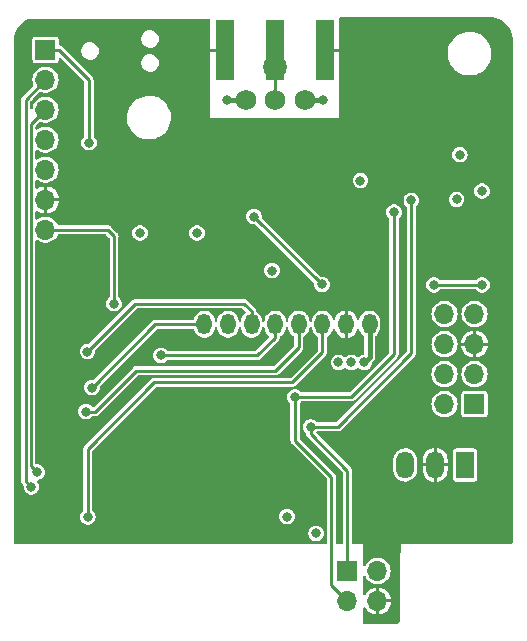
<source format=gbl>
G04 #@! TF.GenerationSoftware,KiCad,Pcbnew,(7.0.0-0)*
G04 #@! TF.CreationDate,2023-06-06T22:54:07+02:00*
G04 #@! TF.ProjectId,ithowifi_4l_v21_tht,6974686f-7769-4666-995f-346c5f763231,rev?*
G04 #@! TF.SameCoordinates,Original*
G04 #@! TF.FileFunction,Copper,L4,Bot*
G04 #@! TF.FilePolarity,Positive*
%FSLAX46Y46*%
G04 Gerber Fmt 4.6, Leading zero omitted, Abs format (unit mm)*
G04 Created by KiCad (PCBNEW (7.0.0-0)) date 2023-06-06 22:54:07*
%MOMM*%
%LPD*%
G01*
G04 APERTURE LIST*
G04 #@! TA.AperFunction,ComponentPad*
%ADD10R,1.500000X2.300000*%
G04 #@! TD*
G04 #@! TA.AperFunction,ComponentPad*
%ADD11O,1.500000X2.300000*%
G04 #@! TD*
G04 #@! TA.AperFunction,ComponentPad*
%ADD12R,1.700000X1.700000*%
G04 #@! TD*
G04 #@! TA.AperFunction,ComponentPad*
%ADD13O,1.700000X1.700000*%
G04 #@! TD*
G04 #@! TA.AperFunction,ComponentPad*
%ADD14C,2.000000*%
G04 #@! TD*
G04 #@! TA.AperFunction,SMDPad,CuDef*
%ADD15R,1.500000X5.080000*%
G04 #@! TD*
G04 #@! TA.AperFunction,SMDPad,CuDef*
%ADD16O,1.300000X1.750000*%
G04 #@! TD*
G04 #@! TA.AperFunction,SMDPad,CuDef*
%ADD17C,1.750000*%
G04 #@! TD*
G04 #@! TA.AperFunction,ViaPad*
%ADD18C,0.800000*%
G04 #@! TD*
G04 #@! TA.AperFunction,Conductor*
%ADD19C,0.406400*%
G04 #@! TD*
G04 #@! TA.AperFunction,Conductor*
%ADD20C,0.250000*%
G04 #@! TD*
G04 #@! TA.AperFunction,Conductor*
%ADD21C,0.254000*%
G04 #@! TD*
G04 #@! TA.AperFunction,Conductor*
%ADD22C,0.293370*%
G04 #@! TD*
G04 APERTURE END LIST*
D10*
X121259599Y-142951199D03*
D11*
X118719599Y-142951199D03*
X116179599Y-142951199D03*
D12*
X85724999Y-107797599D03*
D13*
X85724999Y-110337599D03*
X85724999Y-112877599D03*
X85724999Y-115417599D03*
X85724999Y-117957599D03*
X85724999Y-120497599D03*
X85724999Y-123037599D03*
D12*
X111291999Y-151927999D03*
D13*
X113831999Y-151927999D03*
X111291999Y-154467999D03*
X113831999Y-154467999D03*
D14*
X105182180Y-109251460D03*
D12*
X122046999Y-137794999D03*
D13*
X119506999Y-137794999D03*
X122046999Y-135254999D03*
X119506999Y-135254999D03*
X122046999Y-132714999D03*
X119506999Y-132714999D03*
X122046999Y-130174999D03*
X119506999Y-130174999D03*
D15*
X105181399Y-107848399D03*
X100931399Y-107848399D03*
X109431399Y-107848399D03*
D16*
X113171999Y-131038999D03*
X111171999Y-131038999D03*
X109171999Y-131038999D03*
X107171999Y-131038999D03*
X105171999Y-131038999D03*
X103171999Y-131038999D03*
X101171999Y-131038999D03*
X99171999Y-131038999D03*
D17*
X102672000Y-112039000D03*
X105172000Y-112039000D03*
X107672000Y-112039000D03*
D18*
X109220000Y-112014000D03*
X99187000Y-107442000D03*
X99187000Y-105918000D03*
X101092000Y-112014000D03*
X99187000Y-110871000D03*
X99187000Y-112522000D03*
X99187000Y-109093000D03*
X111125000Y-110871000D03*
X111125000Y-114173000D03*
X111125000Y-112522000D03*
X105918000Y-114173000D03*
X109220000Y-114173000D03*
X102489000Y-114173000D03*
X104140000Y-114173000D03*
X100965000Y-114173000D03*
X107569000Y-114173000D03*
X99187000Y-114173000D03*
X102432000Y-138568000D03*
X112032000Y-139368000D03*
X111632000Y-124168000D03*
X112732000Y-124168000D03*
X110532000Y-124168000D03*
X86741000Y-128270000D03*
X111125000Y-105918000D03*
X111125000Y-107442000D03*
X111125000Y-109093000D03*
X101727000Y-132715000D03*
X96647000Y-139750800D03*
X106172000Y-148590000D03*
X89154000Y-148590000D03*
X96647000Y-142798800D03*
X98171000Y-142798800D03*
X95148400Y-142798800D03*
X96647000Y-141274800D03*
X95148400Y-141274800D03*
X95148400Y-139750800D03*
X98171000Y-139750800D03*
X98171000Y-141274800D03*
X122682000Y-127698500D03*
X118618000Y-127698500D03*
X106172000Y-147320000D03*
X111632000Y-134268000D03*
X112732000Y-134268000D03*
X110532000Y-134268000D03*
X122682000Y-119761000D03*
X108631500Y-148751000D03*
X112395000Y-118872000D03*
X98552000Y-123317000D03*
X93726000Y-123317000D03*
X104902000Y-126492000D03*
X120813090Y-116686900D03*
X120532000Y-120468000D03*
X89407998Y-115671600D03*
X89309400Y-147345400D03*
X95504000Y-133668000D03*
X89154000Y-138430000D03*
X89662000Y-136397998D03*
X89281000Y-133350000D03*
X85039200Y-143560804D03*
X84531209Y-144805391D03*
X106849400Y-137185400D03*
X115232000Y-121538998D03*
X108174600Y-139725400D03*
X116697000Y-120539000D03*
X103378008Y-121920000D03*
X109132000Y-127668006D03*
X91524600Y-129294600D03*
D19*
X113172000Y-131039000D02*
X113172000Y-133828000D01*
X113172000Y-133828000D02*
X112732000Y-134268000D01*
X101117000Y-112039000D02*
X101092000Y-112014000D01*
D20*
X109431400Y-107848400D02*
X110718600Y-107848400D01*
X100931400Y-107848400D02*
X99593400Y-107848400D01*
X110718600Y-107848400D02*
X111125000Y-107442000D01*
D19*
X107672000Y-112039000D02*
X109195000Y-112039000D01*
D20*
X99593400Y-107848400D02*
X99187000Y-107442000D01*
D19*
X102672000Y-112039000D02*
X101117000Y-112039000D01*
X109195000Y-112039000D02*
X109220000Y-112014000D01*
D21*
X122682000Y-127698500D02*
X118618000Y-127698500D01*
X86829000Y-107797600D02*
X89407998Y-110376598D01*
X89407998Y-110376598D02*
X89407998Y-115671600D01*
X85725000Y-107797600D02*
X86829000Y-107797600D01*
X109172000Y-131039000D02*
X109172000Y-133398000D01*
X94918000Y-135968000D02*
X89309400Y-141576600D01*
X106602000Y-135968000D02*
X94918000Y-135968000D01*
X109172000Y-133398000D02*
X106602000Y-135968000D01*
X89309400Y-141576600D02*
X89309400Y-147345400D01*
X105172000Y-132168000D02*
X103672000Y-133668000D01*
X105172000Y-131039000D02*
X105172000Y-132168000D01*
X103672000Y-133668000D02*
X95504000Y-133668000D01*
X107172000Y-131039000D02*
X107172000Y-132985000D01*
X93378000Y-134968000D02*
X89916000Y-138430000D01*
X107172000Y-132985000D02*
X105189000Y-134968000D01*
X105189000Y-134968000D02*
X93378000Y-134968000D01*
X89916000Y-138430000D02*
X89154000Y-138430000D01*
X99172000Y-131039000D02*
X95020998Y-131039000D01*
X95020998Y-131039000D02*
X89662000Y-136397998D01*
X103172000Y-131039000D02*
X103172000Y-129932500D01*
X102525500Y-129286000D02*
X93345000Y-129286000D01*
X103172000Y-129932500D02*
X102525500Y-129286000D01*
X93345000Y-129286000D02*
X89281000Y-133350000D01*
D20*
X84498611Y-114103989D02*
X84498611Y-143020215D01*
X85725000Y-112877600D02*
X84498611Y-114103989D01*
X85039200Y-143560804D02*
X84498611Y-143020215D01*
X85725000Y-110337600D02*
X84048600Y-112014000D01*
X84048600Y-144322782D02*
X84531209Y-144805391D01*
X84048600Y-112014000D02*
X84048600Y-144322782D01*
D21*
X109932000Y-153108000D02*
X109932000Y-143968000D01*
X106849400Y-137185400D02*
X111614600Y-137185400D01*
X111614600Y-137185400D02*
X115232000Y-133568000D01*
X109932000Y-143968000D02*
X106849400Y-140885400D01*
X106849400Y-140885400D02*
X106849400Y-137185400D01*
X115232000Y-133568000D02*
X115232000Y-121538998D01*
X111292000Y-154468000D02*
X109932000Y-153108000D01*
X111292000Y-143428000D02*
X108174600Y-140310600D01*
X108174600Y-140310600D02*
X108174600Y-139725400D01*
X116697000Y-133503000D02*
X110474600Y-139725400D01*
X116697000Y-120539000D02*
X116697000Y-133503000D01*
X110474600Y-139725400D02*
X108174600Y-139725400D01*
X111292000Y-151928000D02*
X111292000Y-143428000D01*
X109132000Y-127668006D02*
X103383994Y-121920000D01*
X103383994Y-121920000D02*
X103378008Y-121920000D01*
D20*
X91524600Y-123579600D02*
X91524600Y-129294600D01*
X90982600Y-123037600D02*
X91524600Y-123579600D01*
X85725000Y-123037600D02*
X90982600Y-123037600D01*
D22*
X105172000Y-107857800D02*
X105181400Y-107848400D01*
X105172000Y-112039000D02*
X105172000Y-107857800D01*
G04 #@! TA.AperFunction,Conductor*
G36*
X123495480Y-105029215D02*
G01*
X123506421Y-105029932D01*
X123579894Y-105034747D01*
X123592918Y-105036462D01*
X123830109Y-105083643D01*
X123842804Y-105087044D01*
X124061662Y-105161337D01*
X124071793Y-105164776D01*
X124083950Y-105169811D01*
X124300835Y-105276766D01*
X124312231Y-105283346D01*
X124513301Y-105417697D01*
X124523735Y-105425703D01*
X124701324Y-105581444D01*
X124705547Y-105585147D01*
X124714852Y-105594452D01*
X124874294Y-105776262D01*
X124882302Y-105786698D01*
X125016653Y-105987768D01*
X125023233Y-105999164D01*
X125130188Y-106216049D01*
X125135223Y-106228206D01*
X125212952Y-106457187D01*
X125216358Y-106469898D01*
X125263535Y-106707069D01*
X125265253Y-106720116D01*
X125281285Y-106964720D01*
X125281500Y-106971299D01*
X125281500Y-149461409D01*
X125280639Y-149474540D01*
X125267912Y-149571207D01*
X125261119Y-149596564D01*
X125257258Y-149605888D01*
X125220207Y-149651043D01*
X125164312Y-149668000D01*
X115832000Y-149668000D01*
X115832000Y-149681244D01*
X115832000Y-150214527D01*
X115822038Y-150258175D01*
X115811556Y-150279940D01*
X115811554Y-150279945D01*
X115809105Y-150285031D01*
X115807849Y-150290529D01*
X115807847Y-150290538D01*
X115782757Y-150400465D01*
X115781500Y-150405974D01*
X115781500Y-150411626D01*
X115781500Y-155961409D01*
X115780639Y-155974540D01*
X115767912Y-156071207D01*
X115761115Y-156096574D01*
X115726347Y-156180512D01*
X115713216Y-156203256D01*
X115657906Y-156275337D01*
X115639337Y-156293906D01*
X115567256Y-156349216D01*
X115544512Y-156362347D01*
X115460574Y-156397115D01*
X115435207Y-156403912D01*
X115338540Y-156416639D01*
X115325409Y-156417500D01*
X112732600Y-156417500D01*
X112682300Y-156404022D01*
X112645478Y-156367200D01*
X112632000Y-156316900D01*
X112632000Y-155076556D01*
X112646104Y-155025186D01*
X112684462Y-154988221D01*
X112736317Y-154976025D01*
X112787131Y-154992017D01*
X112822654Y-155031715D01*
X112843895Y-155074373D01*
X112848762Y-155082235D01*
X112972136Y-155245608D01*
X112978372Y-155252449D01*
X113129657Y-155390363D01*
X113137051Y-155395947D01*
X113311103Y-155503715D01*
X113319389Y-155507841D01*
X113510283Y-155581794D01*
X113519192Y-155584328D01*
X113690428Y-155616339D01*
X113701723Y-155615116D01*
X113705000Y-155604239D01*
X113959000Y-155604239D01*
X113962276Y-155615116D01*
X113973571Y-155616339D01*
X114144807Y-155584328D01*
X114153716Y-155581794D01*
X114344610Y-155507841D01*
X114352896Y-155503715D01*
X114526948Y-155395947D01*
X114534342Y-155390363D01*
X114685627Y-155252449D01*
X114691863Y-155245608D01*
X114815237Y-155082235D01*
X114820110Y-155074364D01*
X114911359Y-154891111D01*
X114914703Y-154882480D01*
X114970728Y-154685572D01*
X114972428Y-154676475D01*
X114978684Y-154608971D01*
X114976641Y-154598043D01*
X114965945Y-154595000D01*
X113972244Y-154595000D01*
X113961798Y-154597798D01*
X113959000Y-154608244D01*
X113959000Y-155604239D01*
X113705000Y-155604239D01*
X113705000Y-154327756D01*
X113959000Y-154327756D01*
X113961798Y-154338201D01*
X113972244Y-154341000D01*
X114965945Y-154341000D01*
X114976641Y-154337956D01*
X114978684Y-154327028D01*
X114972428Y-154259524D01*
X114970728Y-154250427D01*
X114914703Y-154053519D01*
X114911359Y-154044888D01*
X114820110Y-153861635D01*
X114815237Y-153853764D01*
X114691863Y-153690391D01*
X114685627Y-153683550D01*
X114534342Y-153545636D01*
X114526948Y-153540052D01*
X114352896Y-153432284D01*
X114344610Y-153428158D01*
X114153716Y-153354205D01*
X114144807Y-153351671D01*
X113973571Y-153319660D01*
X113962276Y-153320883D01*
X113959000Y-153331761D01*
X113959000Y-154327756D01*
X113705000Y-154327756D01*
X113705000Y-153331761D01*
X113701723Y-153320883D01*
X113690428Y-153319660D01*
X113519192Y-153351671D01*
X113510283Y-153354205D01*
X113319389Y-153428158D01*
X113311103Y-153432284D01*
X113137051Y-153540052D01*
X113129657Y-153545636D01*
X112978372Y-153683550D01*
X112972136Y-153690391D01*
X112848762Y-153853764D01*
X112843895Y-153861626D01*
X112822654Y-153904285D01*
X112787131Y-153943983D01*
X112736317Y-153959975D01*
X112684462Y-153947779D01*
X112646104Y-153910814D01*
X112632000Y-153859444D01*
X112632000Y-152423710D01*
X112646104Y-152372341D01*
X112684462Y-152335375D01*
X112736317Y-152323179D01*
X112787131Y-152339171D01*
X112822653Y-152378869D01*
X112886838Y-152507771D01*
X112886840Y-152507775D01*
X112888912Y-152511935D01*
X113012268Y-152675285D01*
X113015699Y-152678413D01*
X113015703Y-152678417D01*
X113152438Y-152803067D01*
X113163538Y-152813186D01*
X113337573Y-152920944D01*
X113442219Y-152961484D01*
X113524112Y-152993210D01*
X113524114Y-152993210D01*
X113528444Y-152994888D01*
X113729653Y-153032500D01*
X113929693Y-153032500D01*
X113934347Y-153032500D01*
X114135556Y-152994888D01*
X114326427Y-152920944D01*
X114500462Y-152813186D01*
X114651732Y-152675285D01*
X114775088Y-152511935D01*
X114866328Y-152328701D01*
X114922345Y-152131821D01*
X114941232Y-151928000D01*
X114922345Y-151724179D01*
X114866328Y-151527299D01*
X114775088Y-151344065D01*
X114651732Y-151180715D01*
X114648299Y-151177585D01*
X114648296Y-151177582D01*
X114503900Y-151045948D01*
X114503899Y-151045947D01*
X114500462Y-151042814D01*
X114496510Y-151040367D01*
X114496506Y-151040364D01*
X114330379Y-150937503D01*
X114326427Y-150935056D01*
X114321093Y-150932989D01*
X114139887Y-150862789D01*
X114139878Y-150862786D01*
X114135556Y-150861112D01*
X114075495Y-150849884D01*
X113938922Y-150824355D01*
X113938919Y-150824354D01*
X113934347Y-150823500D01*
X113729653Y-150823500D01*
X113725081Y-150824354D01*
X113725077Y-150824355D01*
X113533012Y-150860258D01*
X113533010Y-150860258D01*
X113528444Y-150861112D01*
X113524123Y-150862785D01*
X113524112Y-150862789D01*
X113341906Y-150933377D01*
X113341902Y-150933378D01*
X113337573Y-150935056D01*
X113333624Y-150937500D01*
X113333620Y-150937503D01*
X113167493Y-151040364D01*
X113167484Y-151040370D01*
X113163538Y-151042814D01*
X113160105Y-151045942D01*
X113160099Y-151045948D01*
X113015703Y-151177582D01*
X113015694Y-151177591D01*
X113012268Y-151180715D01*
X113009471Y-151184417D01*
X113009467Y-151184423D01*
X112891711Y-151340357D01*
X112891705Y-151340365D01*
X112888912Y-151344065D01*
X112886843Y-151348219D01*
X112886838Y-151348228D01*
X112822653Y-151477131D01*
X112787131Y-151516829D01*
X112736317Y-151532821D01*
X112684462Y-151520625D01*
X112646104Y-151483659D01*
X112632000Y-151432290D01*
X112632000Y-149681244D01*
X112632000Y-149668000D01*
X112618756Y-149668000D01*
X111774100Y-149668000D01*
X111723800Y-149654522D01*
X111686978Y-149617700D01*
X111673500Y-149567400D01*
X111673500Y-143478000D01*
X111675641Y-143457354D01*
X111676481Y-143453348D01*
X111678445Y-143443983D01*
X111674273Y-143410512D01*
X111673911Y-143404689D01*
X111673844Y-143404695D01*
X111673632Y-143402140D01*
X115175100Y-143402140D01*
X115175356Y-143404659D01*
X115175357Y-143404675D01*
X115180815Y-143458342D01*
X115190588Y-143554447D01*
X115192114Y-143559311D01*
X115192115Y-143559315D01*
X115233492Y-143691192D01*
X115251747Y-143749373D01*
X115254220Y-143753830D01*
X115254223Y-143753835D01*
X115348413Y-143923533D01*
X115348416Y-143923538D01*
X115350892Y-143927998D01*
X115354212Y-143931865D01*
X115354216Y-143931871D01*
X115416729Y-144004689D01*
X115483964Y-144083009D01*
X115645516Y-144208059D01*
X115750316Y-144259466D01*
X115801725Y-144284684D01*
X115828933Y-144298030D01*
X116026706Y-144349237D01*
X116230739Y-144359584D01*
X116432679Y-144328648D01*
X116624257Y-144257695D01*
X116797631Y-144149630D01*
X116945703Y-144008878D01*
X117062410Y-143841200D01*
X117142975Y-143653461D01*
X117184100Y-143453348D01*
X117184100Y-143400554D01*
X117664800Y-143400554D01*
X117665041Y-143405471D01*
X117679578Y-143553063D01*
X117681496Y-143562705D01*
X117738940Y-143752076D01*
X117742706Y-143761167D01*
X117835992Y-143935693D01*
X117841455Y-143943869D01*
X117966999Y-144096844D01*
X117973955Y-144103800D01*
X118126930Y-144229344D01*
X118135106Y-144234807D01*
X118309632Y-144328093D01*
X118318723Y-144331859D01*
X118508095Y-144389304D01*
X118517735Y-144391221D01*
X118578585Y-144397214D01*
X118589542Y-144395220D01*
X118592600Y-144384514D01*
X118846600Y-144384514D01*
X118849657Y-144395220D01*
X118860614Y-144397214D01*
X118921464Y-144391221D01*
X118931104Y-144389304D01*
X119120476Y-144331859D01*
X119129567Y-144328093D01*
X119304093Y-144234807D01*
X119312269Y-144229344D01*
X119443875Y-144121337D01*
X120255100Y-144121337D01*
X120255101Y-144126266D01*
X120256063Y-144131104D01*
X120256064Y-144131111D01*
X120265245Y-144177267D01*
X120269866Y-144200501D01*
X120292789Y-144234807D01*
X120318301Y-144272989D01*
X120326116Y-144284684D01*
X120410299Y-144340934D01*
X120484533Y-144355700D01*
X122034666Y-144355699D01*
X122108901Y-144340934D01*
X122193084Y-144284684D01*
X122249334Y-144200501D01*
X122264100Y-144126267D01*
X122264099Y-141776134D01*
X122249334Y-141701899D01*
X122193084Y-141617716D01*
X122184847Y-141612212D01*
X122117139Y-141566970D01*
X122117136Y-141566969D01*
X122108901Y-141561466D01*
X122099185Y-141559533D01*
X122099182Y-141559532D01*
X122039518Y-141547665D01*
X122034667Y-141546700D01*
X122029720Y-141546700D01*
X120489472Y-141546700D01*
X120489461Y-141546700D01*
X120484534Y-141546701D01*
X120479696Y-141547663D01*
X120479688Y-141547664D01*
X120420016Y-141559533D01*
X120420014Y-141559533D01*
X120410299Y-141561466D01*
X120402063Y-141566968D01*
X120402063Y-141566969D01*
X120334352Y-141612212D01*
X120334349Y-141612214D01*
X120326116Y-141617716D01*
X120320614Y-141625949D01*
X120320612Y-141625952D01*
X120275370Y-141693660D01*
X120275369Y-141693663D01*
X120269866Y-141701899D01*
X120267933Y-141711612D01*
X120267932Y-141711617D01*
X120260283Y-141750074D01*
X120255100Y-141776133D01*
X120255100Y-141781078D01*
X120255100Y-141781079D01*
X120255100Y-144121327D01*
X120255100Y-144121337D01*
X119443875Y-144121337D01*
X119465244Y-144103800D01*
X119472200Y-144096844D01*
X119597744Y-143943869D01*
X119603207Y-143935693D01*
X119696493Y-143761167D01*
X119700259Y-143752076D01*
X119757703Y-143562705D01*
X119759621Y-143553063D01*
X119774158Y-143405471D01*
X119774400Y-143400554D01*
X119774400Y-143091444D01*
X119771601Y-143080998D01*
X119761156Y-143078200D01*
X118859844Y-143078200D01*
X118849398Y-143080998D01*
X118846600Y-143091444D01*
X118846600Y-144384514D01*
X118592600Y-144384514D01*
X118592600Y-143091444D01*
X118589801Y-143080998D01*
X118579356Y-143078200D01*
X117678044Y-143078200D01*
X117667598Y-143080998D01*
X117664800Y-143091444D01*
X117664800Y-143400554D01*
X117184100Y-143400554D01*
X117184100Y-142810956D01*
X117664800Y-142810956D01*
X117667598Y-142821401D01*
X117678044Y-142824200D01*
X118579356Y-142824200D01*
X118589801Y-142821401D01*
X118592600Y-142810956D01*
X118846600Y-142810956D01*
X118849398Y-142821401D01*
X118859844Y-142824200D01*
X119761156Y-142824200D01*
X119771601Y-142821401D01*
X119774400Y-142810956D01*
X119774400Y-142501846D01*
X119774158Y-142496928D01*
X119759621Y-142349336D01*
X119757703Y-142339694D01*
X119700259Y-142150323D01*
X119696493Y-142141232D01*
X119603207Y-141966706D01*
X119597744Y-141958530D01*
X119472200Y-141805555D01*
X119465244Y-141798599D01*
X119312269Y-141673055D01*
X119304093Y-141667592D01*
X119129567Y-141574306D01*
X119120476Y-141570540D01*
X118931104Y-141513095D01*
X118921464Y-141511178D01*
X118860614Y-141505185D01*
X118849657Y-141507179D01*
X118846600Y-141517886D01*
X118846600Y-142810956D01*
X118592600Y-142810956D01*
X118592600Y-141517886D01*
X118589542Y-141507179D01*
X118578585Y-141505185D01*
X118517735Y-141511178D01*
X118508095Y-141513095D01*
X118318723Y-141570540D01*
X118309632Y-141574306D01*
X118135106Y-141667592D01*
X118126930Y-141673055D01*
X117973955Y-141798599D01*
X117966999Y-141805555D01*
X117841455Y-141958530D01*
X117835992Y-141966706D01*
X117742706Y-142141232D01*
X117738940Y-142150323D01*
X117681496Y-142339694D01*
X117679578Y-142349336D01*
X117665041Y-142496928D01*
X117664800Y-142501846D01*
X117664800Y-142810956D01*
X117184100Y-142810956D01*
X117184100Y-142500260D01*
X117168612Y-142347953D01*
X117107453Y-142153027D01*
X117008308Y-141974402D01*
X117004986Y-141970532D01*
X117004983Y-141970528D01*
X116934724Y-141888687D01*
X116875236Y-141819391D01*
X116713684Y-141694341D01*
X116659153Y-141667592D01*
X116534845Y-141606615D01*
X116534839Y-141606613D01*
X116530267Y-141604370D01*
X116525334Y-141603092D01*
X116525332Y-141603092D01*
X116337427Y-141554440D01*
X116337424Y-141554439D01*
X116332494Y-141553163D01*
X116327409Y-141552905D01*
X116327402Y-141552904D01*
X116133556Y-141543074D01*
X116133552Y-141543074D01*
X116128461Y-141542816D01*
X116123423Y-141543587D01*
X116123418Y-141543588D01*
X115931567Y-141572978D01*
X115931557Y-141572980D01*
X115926521Y-141573752D01*
X115921735Y-141575524D01*
X115921733Y-141575525D01*
X115739725Y-141642933D01*
X115739717Y-141642936D01*
X115734943Y-141644705D01*
X115730623Y-141647397D01*
X115730616Y-141647401D01*
X115565893Y-141750074D01*
X115565887Y-141750078D01*
X115561569Y-141752770D01*
X115557874Y-141756281D01*
X115557873Y-141756283D01*
X115417195Y-141890006D01*
X115417191Y-141890010D01*
X115413497Y-141893522D01*
X115410586Y-141897703D01*
X115410581Y-141897710D01*
X115299707Y-142057007D01*
X115299701Y-142057016D01*
X115296790Y-142061200D01*
X115294777Y-142065888D01*
X115294775Y-142065894D01*
X115218239Y-142244245D01*
X115216225Y-142248939D01*
X115215198Y-142253934D01*
X115215197Y-142253939D01*
X115176126Y-142444057D01*
X115176125Y-142444061D01*
X115175100Y-142449052D01*
X115175100Y-143402140D01*
X111673632Y-143402140D01*
X111673500Y-143400545D01*
X111673500Y-143396389D01*
X111669939Y-143375051D01*
X111669340Y-143370934D01*
X111663728Y-143325916D01*
X111663727Y-143325914D01*
X111662696Y-143317639D01*
X111659147Y-143310380D01*
X111657818Y-143302414D01*
X111653849Y-143295080D01*
X111653848Y-143295077D01*
X111632257Y-143255181D01*
X111630370Y-143251517D01*
X111606776Y-143203254D01*
X111601065Y-143197543D01*
X111597220Y-143190438D01*
X111557703Y-143154060D01*
X111554703Y-143151181D01*
X108685738Y-140282216D01*
X108661450Y-140242937D01*
X108657271Y-140196944D01*
X108674083Y-140153930D01*
X108676555Y-140150349D01*
X108712596Y-140118422D01*
X108759345Y-140106900D01*
X110424600Y-140106900D01*
X110445243Y-140109040D01*
X110458617Y-140111845D01*
X110492085Y-140107673D01*
X110497910Y-140107311D01*
X110497905Y-140107244D01*
X110502054Y-140106900D01*
X110506211Y-140106900D01*
X110527577Y-140103334D01*
X110531636Y-140102742D01*
X110584960Y-140096096D01*
X110592218Y-140092547D01*
X110600186Y-140091218D01*
X110647436Y-140065646D01*
X110651092Y-140063765D01*
X110699346Y-140040176D01*
X110705056Y-140034465D01*
X110712162Y-140030620D01*
X110748562Y-139991077D01*
X110751395Y-139988125D01*
X112944520Y-137795000D01*
X118397768Y-137795000D01*
X118416655Y-137998821D01*
X118417925Y-138003286D01*
X118417926Y-138003289D01*
X118450733Y-138118595D01*
X118472672Y-138195701D01*
X118474742Y-138199859D01*
X118474744Y-138199863D01*
X118561838Y-138374771D01*
X118561840Y-138374775D01*
X118563912Y-138378935D01*
X118566709Y-138382639D01*
X118566711Y-138382642D01*
X118602474Y-138430000D01*
X118687268Y-138542285D01*
X118690699Y-138545413D01*
X118690703Y-138545417D01*
X118743414Y-138593469D01*
X118838538Y-138680186D01*
X119012573Y-138787944D01*
X119149673Y-138841057D01*
X119199112Y-138860210D01*
X119199114Y-138860210D01*
X119203444Y-138861888D01*
X119404653Y-138899500D01*
X119604693Y-138899500D01*
X119609347Y-138899500D01*
X119810556Y-138861888D01*
X120001427Y-138787944D01*
X120175462Y-138680186D01*
X120191970Y-138665137D01*
X120942500Y-138665137D01*
X120942501Y-138670066D01*
X120943463Y-138674904D01*
X120943464Y-138674911D01*
X120947003Y-138692701D01*
X120957266Y-138744301D01*
X120973950Y-138769270D01*
X121002167Y-138811500D01*
X121013516Y-138828484D01*
X121021752Y-138833987D01*
X121064784Y-138862741D01*
X121097699Y-138884734D01*
X121171933Y-138899500D01*
X122922066Y-138899499D01*
X122996301Y-138884734D01*
X123080484Y-138828484D01*
X123136734Y-138744301D01*
X123151500Y-138670067D01*
X123151499Y-136919934D01*
X123136734Y-136845699D01*
X123080484Y-136761516D01*
X123072247Y-136756012D01*
X123004539Y-136710770D01*
X123004536Y-136710769D01*
X122996301Y-136705266D01*
X122986585Y-136703333D01*
X122986582Y-136703332D01*
X122926918Y-136691465D01*
X122922067Y-136690500D01*
X122917120Y-136690500D01*
X121176872Y-136690500D01*
X121176861Y-136690500D01*
X121171934Y-136690501D01*
X121167096Y-136691463D01*
X121167088Y-136691464D01*
X121107416Y-136703333D01*
X121107414Y-136703333D01*
X121097699Y-136705266D01*
X121089463Y-136710768D01*
X121089463Y-136710769D01*
X121021752Y-136756012D01*
X121021749Y-136756014D01*
X121013516Y-136761516D01*
X121008014Y-136769749D01*
X121008012Y-136769752D01*
X120962770Y-136837460D01*
X120962769Y-136837463D01*
X120957266Y-136845699D01*
X120955333Y-136855412D01*
X120955332Y-136855417D01*
X120945000Y-136907364D01*
X120942500Y-136919933D01*
X120942500Y-136924878D01*
X120942500Y-136924879D01*
X120942500Y-138665127D01*
X120942500Y-138665137D01*
X120191970Y-138665137D01*
X120326732Y-138542285D01*
X120450088Y-138378935D01*
X120541328Y-138195701D01*
X120597345Y-137998821D01*
X120616232Y-137795000D01*
X120597345Y-137591179D01*
X120541328Y-137394299D01*
X120450088Y-137211065D01*
X120326732Y-137047715D01*
X120323299Y-137044585D01*
X120323296Y-137044582D01*
X120178900Y-136912948D01*
X120178899Y-136912947D01*
X120175462Y-136909814D01*
X120171510Y-136907367D01*
X120171506Y-136907364D01*
X120005379Y-136804503D01*
X120001427Y-136802056D01*
X119976443Y-136792377D01*
X119814887Y-136729789D01*
X119814878Y-136729786D01*
X119810556Y-136728112D01*
X119750495Y-136716884D01*
X119613922Y-136691355D01*
X119613919Y-136691354D01*
X119609347Y-136690500D01*
X119404653Y-136690500D01*
X119400081Y-136691354D01*
X119400077Y-136691355D01*
X119208012Y-136727258D01*
X119208010Y-136727258D01*
X119203444Y-136728112D01*
X119199123Y-136729785D01*
X119199112Y-136729789D01*
X119016906Y-136800377D01*
X119016902Y-136800378D01*
X119012573Y-136802056D01*
X119008624Y-136804500D01*
X119008620Y-136804503D01*
X118842493Y-136907364D01*
X118842484Y-136907370D01*
X118838538Y-136909814D01*
X118835105Y-136912942D01*
X118835099Y-136912948D01*
X118690703Y-137044582D01*
X118690694Y-137044591D01*
X118687268Y-137047715D01*
X118684471Y-137051417D01*
X118684467Y-137051423D01*
X118566711Y-137207357D01*
X118566705Y-137207365D01*
X118563912Y-137211065D01*
X118561843Y-137215219D01*
X118561838Y-137215228D01*
X118474744Y-137390136D01*
X118474740Y-137390144D01*
X118472672Y-137394299D01*
X118471402Y-137398759D01*
X118471400Y-137398767D01*
X118417926Y-137586710D01*
X118417924Y-137586715D01*
X118416655Y-137591179D01*
X118416226Y-137595801D01*
X118416226Y-137595805D01*
X118414207Y-137617592D01*
X118397768Y-137795000D01*
X112944520Y-137795000D01*
X115484520Y-135255000D01*
X118397768Y-135255000D01*
X118398197Y-135259630D01*
X118404992Y-135332964D01*
X118416655Y-135458821D01*
X118417925Y-135463286D01*
X118417926Y-135463289D01*
X118464997Y-135628729D01*
X118472672Y-135655701D01*
X118474742Y-135659859D01*
X118474744Y-135659863D01*
X118561838Y-135834771D01*
X118561840Y-135834775D01*
X118563912Y-135838935D01*
X118566709Y-135842639D01*
X118566711Y-135842642D01*
X118684467Y-135998576D01*
X118687268Y-136002285D01*
X118690699Y-136005413D01*
X118690703Y-136005417D01*
X118779749Y-136086593D01*
X118838538Y-136140186D01*
X119012573Y-136247944D01*
X119102485Y-136282776D01*
X119199112Y-136320210D01*
X119199114Y-136320210D01*
X119203444Y-136321888D01*
X119404653Y-136359500D01*
X119604693Y-136359500D01*
X119609347Y-136359500D01*
X119810556Y-136321888D01*
X120001427Y-136247944D01*
X120175462Y-136140186D01*
X120326732Y-136002285D01*
X120450088Y-135838935D01*
X120541328Y-135655701D01*
X120597345Y-135458821D01*
X120616232Y-135255000D01*
X120937768Y-135255000D01*
X120938197Y-135259630D01*
X120944992Y-135332964D01*
X120956655Y-135458821D01*
X120957925Y-135463286D01*
X120957926Y-135463289D01*
X121004997Y-135628729D01*
X121012672Y-135655701D01*
X121014742Y-135659859D01*
X121014744Y-135659863D01*
X121101838Y-135834771D01*
X121101840Y-135834775D01*
X121103912Y-135838935D01*
X121106709Y-135842639D01*
X121106711Y-135842642D01*
X121224467Y-135998576D01*
X121227268Y-136002285D01*
X121230699Y-136005413D01*
X121230703Y-136005417D01*
X121319749Y-136086593D01*
X121378538Y-136140186D01*
X121552573Y-136247944D01*
X121642485Y-136282776D01*
X121739112Y-136320210D01*
X121739114Y-136320210D01*
X121743444Y-136321888D01*
X121944653Y-136359500D01*
X122144693Y-136359500D01*
X122149347Y-136359500D01*
X122350556Y-136321888D01*
X122541427Y-136247944D01*
X122715462Y-136140186D01*
X122866732Y-136002285D01*
X122990088Y-135838935D01*
X123081328Y-135655701D01*
X123137345Y-135458821D01*
X123156232Y-135255000D01*
X123137345Y-135051179D01*
X123081328Y-134854299D01*
X122990088Y-134671065D01*
X122983831Y-134662780D01*
X122869532Y-134511423D01*
X122866732Y-134507715D01*
X122863299Y-134504585D01*
X122863296Y-134504582D01*
X122718900Y-134372948D01*
X122718899Y-134372947D01*
X122715462Y-134369814D01*
X122711510Y-134367367D01*
X122711506Y-134367364D01*
X122545379Y-134264503D01*
X122541427Y-134262056D01*
X122528022Y-134256863D01*
X122354887Y-134189789D01*
X122354878Y-134189786D01*
X122350556Y-134188112D01*
X122233855Y-134166297D01*
X122153922Y-134151355D01*
X122153919Y-134151354D01*
X122149347Y-134150500D01*
X121944653Y-134150500D01*
X121940081Y-134151354D01*
X121940077Y-134151355D01*
X121748012Y-134187258D01*
X121748010Y-134187258D01*
X121743444Y-134188112D01*
X121739123Y-134189785D01*
X121739112Y-134189789D01*
X121556906Y-134260377D01*
X121556902Y-134260378D01*
X121552573Y-134262056D01*
X121548624Y-134264500D01*
X121548620Y-134264503D01*
X121382493Y-134367364D01*
X121382484Y-134367370D01*
X121378538Y-134369814D01*
X121375105Y-134372942D01*
X121375099Y-134372948D01*
X121230703Y-134504582D01*
X121230694Y-134504591D01*
X121227268Y-134507715D01*
X121224471Y-134511417D01*
X121224467Y-134511423D01*
X121106711Y-134667357D01*
X121106705Y-134667365D01*
X121103912Y-134671065D01*
X121101843Y-134675219D01*
X121101838Y-134675228D01*
X121014744Y-134850136D01*
X121014740Y-134850144D01*
X121012672Y-134854299D01*
X121011402Y-134858759D01*
X121011400Y-134858767D01*
X120957926Y-135046710D01*
X120957924Y-135046715D01*
X120956655Y-135051179D01*
X120937768Y-135255000D01*
X120616232Y-135255000D01*
X120597345Y-135051179D01*
X120541328Y-134854299D01*
X120450088Y-134671065D01*
X120443831Y-134662780D01*
X120329532Y-134511423D01*
X120326732Y-134507715D01*
X120323299Y-134504585D01*
X120323296Y-134504582D01*
X120178900Y-134372948D01*
X120178899Y-134372947D01*
X120175462Y-134369814D01*
X120171510Y-134367367D01*
X120171506Y-134367364D01*
X120005379Y-134264503D01*
X120001427Y-134262056D01*
X119988022Y-134256863D01*
X119814887Y-134189789D01*
X119814878Y-134189786D01*
X119810556Y-134188112D01*
X119693855Y-134166297D01*
X119613922Y-134151355D01*
X119613919Y-134151354D01*
X119609347Y-134150500D01*
X119404653Y-134150500D01*
X119400081Y-134151354D01*
X119400077Y-134151355D01*
X119208012Y-134187258D01*
X119208010Y-134187258D01*
X119203444Y-134188112D01*
X119199123Y-134189785D01*
X119199112Y-134189789D01*
X119016906Y-134260377D01*
X119016902Y-134260378D01*
X119012573Y-134262056D01*
X119008624Y-134264500D01*
X119008620Y-134264503D01*
X118842493Y-134367364D01*
X118842484Y-134367370D01*
X118838538Y-134369814D01*
X118835105Y-134372942D01*
X118835099Y-134372948D01*
X118690703Y-134504582D01*
X118690694Y-134504591D01*
X118687268Y-134507715D01*
X118684471Y-134511417D01*
X118684467Y-134511423D01*
X118566711Y-134667357D01*
X118566705Y-134667365D01*
X118563912Y-134671065D01*
X118561843Y-134675219D01*
X118561838Y-134675228D01*
X118474744Y-134850136D01*
X118474740Y-134850144D01*
X118472672Y-134854299D01*
X118471402Y-134858759D01*
X118471400Y-134858767D01*
X118417926Y-135046710D01*
X118417924Y-135046715D01*
X118416655Y-135051179D01*
X118397768Y-135255000D01*
X115484520Y-135255000D01*
X116931407Y-133808113D01*
X116947517Y-133795032D01*
X116958956Y-133787560D01*
X116979678Y-133760934D01*
X116983530Y-133756573D01*
X116983478Y-133756529D01*
X116986163Y-133753358D01*
X116989113Y-133750409D01*
X117001712Y-133732760D01*
X117004150Y-133729492D01*
X117037158Y-133687085D01*
X117039781Y-133679444D01*
X117044475Y-133672870D01*
X117059795Y-133621408D01*
X117061062Y-133617453D01*
X117070945Y-133588665D01*
X117078500Y-133566661D01*
X117078500Y-133558584D01*
X117080805Y-133550842D01*
X117078586Y-133497195D01*
X117078500Y-133493037D01*
X117078500Y-132715000D01*
X118397768Y-132715000D01*
X118398197Y-132719630D01*
X118410763Y-132855244D01*
X118416655Y-132918821D01*
X118417925Y-132923286D01*
X118417926Y-132923289D01*
X118468608Y-133101420D01*
X118472672Y-133115701D01*
X118474742Y-133119859D01*
X118474744Y-133119863D01*
X118561838Y-133294771D01*
X118561840Y-133294775D01*
X118563912Y-133298935D01*
X118566709Y-133302639D01*
X118566711Y-133302642D01*
X118683660Y-133457507D01*
X118687268Y-133462285D01*
X118690699Y-133465413D01*
X118690703Y-133465417D01*
X118749986Y-133519460D01*
X118838538Y-133600186D01*
X118842491Y-133602634D01*
X118842493Y-133602635D01*
X118865915Y-133617137D01*
X119012573Y-133707944D01*
X119126514Y-133752085D01*
X119199112Y-133780210D01*
X119199114Y-133780210D01*
X119203444Y-133781888D01*
X119404653Y-133819500D01*
X119604693Y-133819500D01*
X119609347Y-133819500D01*
X119810556Y-133781888D01*
X120001427Y-133707944D01*
X120175462Y-133600186D01*
X120326732Y-133462285D01*
X120450088Y-133298935D01*
X120541328Y-133115701D01*
X120597345Y-132918821D01*
X120603169Y-132855971D01*
X120900315Y-132855971D01*
X120906571Y-132923475D01*
X120908271Y-132932572D01*
X120964296Y-133129480D01*
X120967640Y-133138111D01*
X121058889Y-133321364D01*
X121063762Y-133329235D01*
X121187136Y-133492608D01*
X121193372Y-133499449D01*
X121344657Y-133637363D01*
X121352051Y-133642947D01*
X121526103Y-133750715D01*
X121534389Y-133754841D01*
X121725283Y-133828794D01*
X121734192Y-133831328D01*
X121905428Y-133863339D01*
X121916723Y-133862116D01*
X121920000Y-133851239D01*
X122174000Y-133851239D01*
X122177276Y-133862116D01*
X122188571Y-133863339D01*
X122359807Y-133831328D01*
X122368716Y-133828794D01*
X122559610Y-133754841D01*
X122567896Y-133750715D01*
X122741948Y-133642947D01*
X122749342Y-133637363D01*
X122900627Y-133499449D01*
X122906863Y-133492608D01*
X123030237Y-133329235D01*
X123035110Y-133321364D01*
X123126359Y-133138111D01*
X123129703Y-133129480D01*
X123185728Y-132932572D01*
X123187428Y-132923475D01*
X123193684Y-132855971D01*
X123191641Y-132845043D01*
X123180945Y-132842000D01*
X122187244Y-132842000D01*
X122176798Y-132844798D01*
X122174000Y-132855244D01*
X122174000Y-133851239D01*
X121920000Y-133851239D01*
X121920000Y-132855244D01*
X121917201Y-132844798D01*
X121906756Y-132842000D01*
X120913055Y-132842000D01*
X120902358Y-132845043D01*
X120900315Y-132855971D01*
X120603169Y-132855971D01*
X120616232Y-132715000D01*
X120603169Y-132574028D01*
X120900315Y-132574028D01*
X120902358Y-132584956D01*
X120913055Y-132588000D01*
X121906756Y-132588000D01*
X121917201Y-132585201D01*
X121920000Y-132574756D01*
X122174000Y-132574756D01*
X122176798Y-132585201D01*
X122187244Y-132588000D01*
X123180945Y-132588000D01*
X123191641Y-132584956D01*
X123193684Y-132574028D01*
X123187428Y-132506524D01*
X123185728Y-132497427D01*
X123129703Y-132300519D01*
X123126359Y-132291888D01*
X123035110Y-132108635D01*
X123030237Y-132100764D01*
X122906863Y-131937391D01*
X122900627Y-131930550D01*
X122749342Y-131792636D01*
X122741948Y-131787052D01*
X122567896Y-131679284D01*
X122559610Y-131675158D01*
X122368716Y-131601205D01*
X122359807Y-131598671D01*
X122188571Y-131566660D01*
X122177276Y-131567883D01*
X122174000Y-131578761D01*
X122174000Y-132574756D01*
X121920000Y-132574756D01*
X121920000Y-131578761D01*
X121916723Y-131567883D01*
X121905428Y-131566660D01*
X121734192Y-131598671D01*
X121725283Y-131601205D01*
X121534389Y-131675158D01*
X121526103Y-131679284D01*
X121352051Y-131787052D01*
X121344657Y-131792636D01*
X121193372Y-131930550D01*
X121187136Y-131937391D01*
X121063762Y-132100764D01*
X121058889Y-132108635D01*
X120967640Y-132291888D01*
X120964296Y-132300519D01*
X120908271Y-132497427D01*
X120906571Y-132506524D01*
X120900315Y-132574028D01*
X120603169Y-132574028D01*
X120597345Y-132511179D01*
X120541328Y-132314299D01*
X120480089Y-132191314D01*
X120452161Y-132135228D01*
X120452160Y-132135227D01*
X120450088Y-132131065D01*
X120414730Y-132084244D01*
X120329532Y-131971423D01*
X120326732Y-131967715D01*
X120323299Y-131964585D01*
X120323296Y-131964582D01*
X120178900Y-131832948D01*
X120178899Y-131832947D01*
X120175462Y-131829814D01*
X120171510Y-131827367D01*
X120171506Y-131827364D01*
X120005379Y-131724503D01*
X120001427Y-131722056D01*
X119996093Y-131719989D01*
X119814887Y-131649789D01*
X119814878Y-131649786D01*
X119810556Y-131648112D01*
X119734635Y-131633920D01*
X119613922Y-131611355D01*
X119613919Y-131611354D01*
X119609347Y-131610500D01*
X119404653Y-131610500D01*
X119400081Y-131611354D01*
X119400077Y-131611355D01*
X119208012Y-131647258D01*
X119208010Y-131647258D01*
X119203444Y-131648112D01*
X119199123Y-131649785D01*
X119199112Y-131649789D01*
X119016906Y-131720377D01*
X119016902Y-131720378D01*
X119012573Y-131722056D01*
X119008624Y-131724500D01*
X119008620Y-131724503D01*
X118842493Y-131827364D01*
X118842484Y-131827370D01*
X118838538Y-131829814D01*
X118835105Y-131832942D01*
X118835099Y-131832948D01*
X118690703Y-131964582D01*
X118690694Y-131964591D01*
X118687268Y-131967715D01*
X118684471Y-131971417D01*
X118684467Y-131971423D01*
X118566711Y-132127357D01*
X118566705Y-132127365D01*
X118563912Y-132131065D01*
X118561843Y-132135219D01*
X118561838Y-132135228D01*
X118474744Y-132310136D01*
X118474740Y-132310144D01*
X118472672Y-132314299D01*
X118471402Y-132318759D01*
X118471400Y-132318767D01*
X118417926Y-132506710D01*
X118417924Y-132506715D01*
X118416655Y-132511179D01*
X118416226Y-132515801D01*
X118416226Y-132515805D01*
X118409818Y-132584956D01*
X118397768Y-132715000D01*
X117078500Y-132715000D01*
X117078500Y-130175000D01*
X118397768Y-130175000D01*
X118398197Y-130179630D01*
X118407080Y-130275497D01*
X118416655Y-130378821D01*
X118417925Y-130383286D01*
X118417926Y-130383289D01*
X118457392Y-130522000D01*
X118472672Y-130575701D01*
X118474742Y-130579859D01*
X118474744Y-130579863D01*
X118561838Y-130754771D01*
X118561840Y-130754775D01*
X118563912Y-130758935D01*
X118566709Y-130762639D01*
X118566711Y-130762642D01*
X118577499Y-130776927D01*
X118687268Y-130922285D01*
X118690699Y-130925413D01*
X118690703Y-130925417D01*
X118835099Y-131057051D01*
X118838538Y-131060186D01*
X119012573Y-131167944D01*
X119149673Y-131221057D01*
X119199112Y-131240210D01*
X119199114Y-131240210D01*
X119203444Y-131241888D01*
X119404653Y-131279500D01*
X119604693Y-131279500D01*
X119609347Y-131279500D01*
X119810556Y-131241888D01*
X120001427Y-131167944D01*
X120175462Y-131060186D01*
X120326732Y-130922285D01*
X120450088Y-130758935D01*
X120541328Y-130575701D01*
X120597345Y-130378821D01*
X120616232Y-130175000D01*
X120937768Y-130175000D01*
X120938197Y-130179630D01*
X120947080Y-130275497D01*
X120956655Y-130378821D01*
X120957925Y-130383286D01*
X120957926Y-130383289D01*
X120997392Y-130522000D01*
X121012672Y-130575701D01*
X121014742Y-130579859D01*
X121014744Y-130579863D01*
X121101838Y-130754771D01*
X121101840Y-130754775D01*
X121103912Y-130758935D01*
X121106709Y-130762639D01*
X121106711Y-130762642D01*
X121117499Y-130776927D01*
X121227268Y-130922285D01*
X121230699Y-130925413D01*
X121230703Y-130925417D01*
X121375099Y-131057051D01*
X121378538Y-131060186D01*
X121552573Y-131167944D01*
X121689673Y-131221057D01*
X121739112Y-131240210D01*
X121739114Y-131240210D01*
X121743444Y-131241888D01*
X121944653Y-131279500D01*
X122144693Y-131279500D01*
X122149347Y-131279500D01*
X122350556Y-131241888D01*
X122541427Y-131167944D01*
X122715462Y-131060186D01*
X122866732Y-130922285D01*
X122990088Y-130758935D01*
X123081328Y-130575701D01*
X123137345Y-130378821D01*
X123156232Y-130175000D01*
X123137345Y-129971179D01*
X123081328Y-129774299D01*
X122990088Y-129591065D01*
X122866732Y-129427715D01*
X122863299Y-129424585D01*
X122863296Y-129424582D01*
X122718900Y-129292948D01*
X122718899Y-129292947D01*
X122715462Y-129289814D01*
X122711510Y-129287367D01*
X122711506Y-129287364D01*
X122545379Y-129184503D01*
X122541427Y-129182056D01*
X122536093Y-129179989D01*
X122354887Y-129109789D01*
X122354878Y-129109786D01*
X122350556Y-129108112D01*
X122290495Y-129096884D01*
X122153922Y-129071355D01*
X122153919Y-129071354D01*
X122149347Y-129070500D01*
X121944653Y-129070500D01*
X121940081Y-129071354D01*
X121940077Y-129071355D01*
X121748012Y-129107258D01*
X121748010Y-129107258D01*
X121743444Y-129108112D01*
X121739123Y-129109785D01*
X121739112Y-129109789D01*
X121556906Y-129180377D01*
X121556902Y-129180378D01*
X121552573Y-129182056D01*
X121548624Y-129184500D01*
X121548620Y-129184503D01*
X121382493Y-129287364D01*
X121382484Y-129287370D01*
X121378538Y-129289814D01*
X121375105Y-129292942D01*
X121375099Y-129292948D01*
X121230703Y-129424582D01*
X121230694Y-129424591D01*
X121227268Y-129427715D01*
X121224471Y-129431417D01*
X121224467Y-129431423D01*
X121106711Y-129587357D01*
X121106705Y-129587365D01*
X121103912Y-129591065D01*
X121101843Y-129595219D01*
X121101838Y-129595228D01*
X121014744Y-129770136D01*
X121014740Y-129770144D01*
X121012672Y-129774299D01*
X121011402Y-129778759D01*
X121011400Y-129778767D01*
X120957926Y-129966710D01*
X120957924Y-129966715D01*
X120956655Y-129971179D01*
X120956226Y-129975801D01*
X120956226Y-129975805D01*
X120941472Y-130135025D01*
X120937768Y-130175000D01*
X120616232Y-130175000D01*
X120597345Y-129971179D01*
X120541328Y-129774299D01*
X120450088Y-129591065D01*
X120326732Y-129427715D01*
X120323299Y-129424585D01*
X120323296Y-129424582D01*
X120178900Y-129292948D01*
X120178899Y-129292947D01*
X120175462Y-129289814D01*
X120171510Y-129287367D01*
X120171506Y-129287364D01*
X120005379Y-129184503D01*
X120001427Y-129182056D01*
X119996093Y-129179989D01*
X119814887Y-129109789D01*
X119814878Y-129109786D01*
X119810556Y-129108112D01*
X119750495Y-129096884D01*
X119613922Y-129071355D01*
X119613919Y-129071354D01*
X119609347Y-129070500D01*
X119404653Y-129070500D01*
X119400081Y-129071354D01*
X119400077Y-129071355D01*
X119208012Y-129107258D01*
X119208010Y-129107258D01*
X119203444Y-129108112D01*
X119199123Y-129109785D01*
X119199112Y-129109789D01*
X119016906Y-129180377D01*
X119016902Y-129180378D01*
X119012573Y-129182056D01*
X119008624Y-129184500D01*
X119008620Y-129184503D01*
X118842493Y-129287364D01*
X118842484Y-129287370D01*
X118838538Y-129289814D01*
X118835105Y-129292942D01*
X118835099Y-129292948D01*
X118690703Y-129424582D01*
X118690694Y-129424591D01*
X118687268Y-129427715D01*
X118684471Y-129431417D01*
X118684467Y-129431423D01*
X118566711Y-129587357D01*
X118566705Y-129587365D01*
X118563912Y-129591065D01*
X118561843Y-129595219D01*
X118561838Y-129595228D01*
X118474744Y-129770136D01*
X118474740Y-129770144D01*
X118472672Y-129774299D01*
X118471402Y-129778759D01*
X118471400Y-129778767D01*
X118417926Y-129966710D01*
X118417924Y-129966715D01*
X118416655Y-129971179D01*
X118416226Y-129975801D01*
X118416226Y-129975805D01*
X118401472Y-130135025D01*
X118397768Y-130175000D01*
X117078500Y-130175000D01*
X117078500Y-127698500D01*
X117958693Y-127698500D01*
X117959426Y-127704537D01*
X117977117Y-127850243D01*
X117977118Y-127850248D01*
X117977851Y-127856282D01*
X117980005Y-127861962D01*
X117980007Y-127861969D01*
X118032055Y-127999207D01*
X118032057Y-127999212D01*
X118034213Y-128004895D01*
X118037668Y-128009901D01*
X118037670Y-128009904D01*
X118121044Y-128130692D01*
X118121046Y-128130694D01*
X118124502Y-128135701D01*
X118243471Y-128241099D01*
X118384207Y-128314963D01*
X118538529Y-128353000D01*
X118691383Y-128353000D01*
X118697471Y-128353000D01*
X118851793Y-128314963D01*
X118992529Y-128241099D01*
X119111498Y-128135701D01*
X119119952Y-128123452D01*
X119155994Y-128091523D01*
X119202745Y-128080000D01*
X122097255Y-128080000D01*
X122144006Y-128091523D01*
X122180047Y-128123452D01*
X122188502Y-128135701D01*
X122307471Y-128241099D01*
X122448207Y-128314963D01*
X122602529Y-128353000D01*
X122755383Y-128353000D01*
X122761471Y-128353000D01*
X122915793Y-128314963D01*
X123056529Y-128241099D01*
X123175498Y-128135701D01*
X123265787Y-128004895D01*
X123322149Y-127856282D01*
X123341307Y-127698500D01*
X123322149Y-127540718D01*
X123265787Y-127392105D01*
X123248664Y-127367298D01*
X123178955Y-127266307D01*
X123178953Y-127266305D01*
X123175498Y-127261299D01*
X123056529Y-127155901D01*
X123051141Y-127153073D01*
X123051138Y-127153071D01*
X122921178Y-127084863D01*
X122921176Y-127084862D01*
X122915793Y-127082037D01*
X122909892Y-127080582D01*
X122909888Y-127080581D01*
X122767380Y-127045456D01*
X122767376Y-127045455D01*
X122761471Y-127044000D01*
X122602529Y-127044000D01*
X122596624Y-127045455D01*
X122596619Y-127045456D01*
X122454111Y-127080581D01*
X122454105Y-127080583D01*
X122448207Y-127082037D01*
X122442826Y-127084860D01*
X122442821Y-127084863D01*
X122312861Y-127153071D01*
X122312854Y-127153075D01*
X122307471Y-127155901D01*
X122302918Y-127159934D01*
X122302913Y-127159938D01*
X122193059Y-127257261D01*
X122193055Y-127257264D01*
X122188502Y-127261299D01*
X122185046Y-127266305D01*
X122185044Y-127266308D01*
X122180047Y-127273548D01*
X122144006Y-127305477D01*
X122097255Y-127317000D01*
X119202745Y-127317000D01*
X119155994Y-127305477D01*
X119119953Y-127273548D01*
X119114955Y-127266308D01*
X119111498Y-127261299D01*
X118992529Y-127155901D01*
X118987141Y-127153073D01*
X118987138Y-127153071D01*
X118857178Y-127084863D01*
X118857176Y-127084862D01*
X118851793Y-127082037D01*
X118845892Y-127080582D01*
X118845888Y-127080581D01*
X118703380Y-127045456D01*
X118703376Y-127045455D01*
X118697471Y-127044000D01*
X118538529Y-127044000D01*
X118532624Y-127045455D01*
X118532619Y-127045456D01*
X118390111Y-127080581D01*
X118390105Y-127080583D01*
X118384207Y-127082037D01*
X118378826Y-127084860D01*
X118378821Y-127084863D01*
X118248861Y-127153071D01*
X118248854Y-127153075D01*
X118243471Y-127155901D01*
X118238918Y-127159934D01*
X118238913Y-127159938D01*
X118129057Y-127257263D01*
X118129054Y-127257265D01*
X118124502Y-127261299D01*
X118121049Y-127266300D01*
X118121044Y-127266307D01*
X118037670Y-127387095D01*
X118037666Y-127387102D01*
X118034213Y-127392105D01*
X118032059Y-127397783D01*
X118032055Y-127397792D01*
X117980007Y-127535030D01*
X117980004Y-127535038D01*
X117977851Y-127540718D01*
X117977118Y-127546749D01*
X117977117Y-127546756D01*
X117959426Y-127692463D01*
X117958693Y-127698500D01*
X117078500Y-127698500D01*
X117078500Y-121120699D01*
X117087363Y-121079412D01*
X117112390Y-121045399D01*
X117115165Y-121042939D01*
X117190498Y-120976201D01*
X117280787Y-120845395D01*
X117337149Y-120696782D01*
X117356307Y-120539000D01*
X117347686Y-120468000D01*
X119872693Y-120468000D01*
X119873426Y-120474037D01*
X119891117Y-120619743D01*
X119891118Y-120619748D01*
X119891851Y-120625782D01*
X119894005Y-120631462D01*
X119894007Y-120631469D01*
X119946055Y-120768707D01*
X119946057Y-120768712D01*
X119948213Y-120774395D01*
X119951668Y-120779401D01*
X119951670Y-120779404D01*
X120035044Y-120900192D01*
X120035046Y-120900194D01*
X120038502Y-120905201D01*
X120157471Y-121010599D01*
X120298207Y-121084463D01*
X120452529Y-121122500D01*
X120605383Y-121122500D01*
X120611471Y-121122500D01*
X120765793Y-121084463D01*
X120906529Y-121010599D01*
X121025498Y-120905201D01*
X121115787Y-120774395D01*
X121172149Y-120625782D01*
X121191307Y-120468000D01*
X121172149Y-120310218D01*
X121131196Y-120202236D01*
X121117944Y-120167292D01*
X121117943Y-120167290D01*
X121115787Y-120161605D01*
X121061612Y-120083119D01*
X121028955Y-120035807D01*
X121028953Y-120035805D01*
X121025498Y-120030799D01*
X120906529Y-119925401D01*
X120901141Y-119922573D01*
X120901138Y-119922571D01*
X120771178Y-119854363D01*
X120771176Y-119854362D01*
X120765793Y-119851537D01*
X120759892Y-119850082D01*
X120759888Y-119850081D01*
X120617380Y-119814956D01*
X120617376Y-119814955D01*
X120611471Y-119813500D01*
X120452529Y-119813500D01*
X120446624Y-119814955D01*
X120446619Y-119814956D01*
X120304111Y-119850081D01*
X120304105Y-119850083D01*
X120298207Y-119851537D01*
X120292826Y-119854360D01*
X120292821Y-119854363D01*
X120162861Y-119922571D01*
X120162854Y-119922575D01*
X120157471Y-119925401D01*
X120152918Y-119929434D01*
X120152913Y-119929438D01*
X120043057Y-120026763D01*
X120043054Y-120026765D01*
X120038502Y-120030799D01*
X120035049Y-120035800D01*
X120035044Y-120035807D01*
X119951670Y-120156595D01*
X119951666Y-120156602D01*
X119948213Y-120161605D01*
X119946059Y-120167283D01*
X119946055Y-120167292D01*
X119894007Y-120304530D01*
X119894004Y-120304538D01*
X119891851Y-120310218D01*
X119891118Y-120316249D01*
X119891117Y-120316256D01*
X119873426Y-120461963D01*
X119872693Y-120468000D01*
X117347686Y-120468000D01*
X117337149Y-120381218D01*
X117280787Y-120232605D01*
X117190498Y-120101799D01*
X117071529Y-119996401D01*
X117066141Y-119993573D01*
X117066138Y-119993571D01*
X116936178Y-119925363D01*
X116936176Y-119925362D01*
X116930793Y-119922537D01*
X116924892Y-119921082D01*
X116924888Y-119921081D01*
X116782380Y-119885956D01*
X116782376Y-119885955D01*
X116776471Y-119884500D01*
X116617529Y-119884500D01*
X116611624Y-119885955D01*
X116611619Y-119885956D01*
X116469111Y-119921081D01*
X116469105Y-119921083D01*
X116463207Y-119922537D01*
X116457826Y-119925360D01*
X116457821Y-119925363D01*
X116327861Y-119993571D01*
X116327854Y-119993575D01*
X116322471Y-119996401D01*
X116317918Y-120000434D01*
X116317913Y-120000438D01*
X116208057Y-120097763D01*
X116208054Y-120097765D01*
X116203502Y-120101799D01*
X116200049Y-120106800D01*
X116200044Y-120106807D01*
X116116670Y-120227595D01*
X116116666Y-120227602D01*
X116113213Y-120232605D01*
X116111059Y-120238283D01*
X116111055Y-120238292D01*
X116059007Y-120375530D01*
X116059004Y-120375538D01*
X116056851Y-120381218D01*
X116056118Y-120387249D01*
X116056117Y-120387256D01*
X116038426Y-120532963D01*
X116037693Y-120539000D01*
X116038426Y-120545037D01*
X116056117Y-120690743D01*
X116056118Y-120690748D01*
X116056851Y-120696782D01*
X116059005Y-120702462D01*
X116059007Y-120702469D01*
X116111055Y-120839707D01*
X116111057Y-120839712D01*
X116113213Y-120845395D01*
X116116668Y-120850401D01*
X116116670Y-120850404D01*
X116200044Y-120971192D01*
X116200046Y-120971194D01*
X116203502Y-120976201D01*
X116273315Y-121038050D01*
X116281610Y-121045399D01*
X116306637Y-121079412D01*
X116315500Y-121120699D01*
X116315500Y-133303308D01*
X116307842Y-133341806D01*
X116286035Y-133374443D01*
X110346042Y-139314435D01*
X110313405Y-139336242D01*
X110274907Y-139343900D01*
X108759345Y-139343900D01*
X108712594Y-139332377D01*
X108676553Y-139300448D01*
X108671555Y-139293208D01*
X108668098Y-139288199D01*
X108549129Y-139182801D01*
X108543741Y-139179973D01*
X108543738Y-139179971D01*
X108413778Y-139111763D01*
X108413776Y-139111762D01*
X108408393Y-139108937D01*
X108402492Y-139107482D01*
X108402488Y-139107481D01*
X108259980Y-139072356D01*
X108259976Y-139072355D01*
X108254071Y-139070900D01*
X108095129Y-139070900D01*
X108089224Y-139072355D01*
X108089219Y-139072356D01*
X107946711Y-139107481D01*
X107946705Y-139107483D01*
X107940807Y-139108937D01*
X107935426Y-139111760D01*
X107935421Y-139111763D01*
X107805461Y-139179971D01*
X107805454Y-139179975D01*
X107800071Y-139182801D01*
X107795518Y-139186834D01*
X107795513Y-139186838D01*
X107685657Y-139284163D01*
X107685654Y-139284165D01*
X107681102Y-139288199D01*
X107677649Y-139293200D01*
X107677644Y-139293207D01*
X107594270Y-139413995D01*
X107594266Y-139414002D01*
X107590813Y-139419005D01*
X107588659Y-139424683D01*
X107588655Y-139424692D01*
X107536607Y-139561930D01*
X107536604Y-139561938D01*
X107534451Y-139567618D01*
X107533718Y-139573649D01*
X107533717Y-139573656D01*
X107516026Y-139719363D01*
X107515293Y-139725400D01*
X107516026Y-139731437D01*
X107533717Y-139877143D01*
X107533718Y-139877148D01*
X107534451Y-139883182D01*
X107536605Y-139888862D01*
X107536607Y-139888869D01*
X107588655Y-140026107D01*
X107588657Y-140026112D01*
X107590813Y-140031795D01*
X107594268Y-140036801D01*
X107594270Y-140036804D01*
X107677644Y-140157592D01*
X107677646Y-140157594D01*
X107681102Y-140162601D01*
X107755184Y-140228232D01*
X107781039Y-140264137D01*
X107786640Y-140294805D01*
X107788155Y-140294617D01*
X107792327Y-140328086D01*
X107792688Y-140333908D01*
X107792756Y-140333903D01*
X107793100Y-140338055D01*
X107793100Y-140342211D01*
X107793783Y-140346310D01*
X107793784Y-140346311D01*
X107796661Y-140363557D01*
X107797259Y-140367662D01*
X107802872Y-140412687D01*
X107802873Y-140412690D01*
X107803904Y-140420960D01*
X107807449Y-140428212D01*
X107807453Y-140428224D01*
X107808782Y-140436186D01*
X107812747Y-140443513D01*
X107812748Y-140443515D01*
X107834339Y-140483412D01*
X107836236Y-140487097D01*
X107859824Y-140535346D01*
X107865530Y-140541052D01*
X107865536Y-140541060D01*
X107869380Y-140548162D01*
X107875511Y-140553806D01*
X107875512Y-140553807D01*
X107908883Y-140584527D01*
X107911884Y-140587406D01*
X110881035Y-143556557D01*
X110902842Y-143589194D01*
X110910500Y-143627692D01*
X110910500Y-149567400D01*
X110897022Y-149617700D01*
X110860200Y-149654522D01*
X110809900Y-149668000D01*
X110414100Y-149668000D01*
X110363800Y-149654522D01*
X110326978Y-149617700D01*
X110313500Y-149567400D01*
X110313500Y-144018001D01*
X110315641Y-143997355D01*
X110316555Y-143992996D01*
X110318445Y-143983984D01*
X110314273Y-143950513D01*
X110313911Y-143944694D01*
X110313844Y-143944700D01*
X110313500Y-143940554D01*
X110313500Y-143936389D01*
X110309936Y-143915039D01*
X110309339Y-143910941D01*
X110303727Y-143865912D01*
X110303726Y-143865911D01*
X110302696Y-143857640D01*
X110299148Y-143850384D01*
X110299146Y-143850377D01*
X110297818Y-143842414D01*
X110272239Y-143795147D01*
X110270387Y-143791549D01*
X110246777Y-143743254D01*
X110241063Y-143737540D01*
X110237220Y-143730438D01*
X110224345Y-143718586D01*
X110197715Y-143694071D01*
X110194715Y-143691192D01*
X107260365Y-140756842D01*
X107238558Y-140724205D01*
X107230900Y-140685707D01*
X107230900Y-137767099D01*
X107239763Y-137725812D01*
X107264790Y-137691799D01*
X107268139Y-137688831D01*
X107342898Y-137622601D01*
X107351352Y-137610352D01*
X107387394Y-137578423D01*
X107434145Y-137566900D01*
X111564600Y-137566900D01*
X111585243Y-137569040D01*
X111598617Y-137571845D01*
X111632085Y-137567673D01*
X111637910Y-137567311D01*
X111637905Y-137567244D01*
X111642054Y-137566900D01*
X111646211Y-137566900D01*
X111667577Y-137563334D01*
X111671636Y-137562742D01*
X111724960Y-137556096D01*
X111732218Y-137552547D01*
X111740186Y-137551218D01*
X111787436Y-137525646D01*
X111791092Y-137523765D01*
X111839346Y-137500176D01*
X111845056Y-137494465D01*
X111852162Y-137490620D01*
X111888562Y-137451077D01*
X111891395Y-137448125D01*
X115466407Y-133873113D01*
X115482517Y-133860032D01*
X115493956Y-133852560D01*
X115514678Y-133825934D01*
X115518530Y-133821573D01*
X115518478Y-133821529D01*
X115521163Y-133818358D01*
X115524113Y-133815409D01*
X115536712Y-133797760D01*
X115539150Y-133794492D01*
X115572158Y-133752085D01*
X115574781Y-133744444D01*
X115579475Y-133737870D01*
X115594795Y-133686408D01*
X115596062Y-133682453D01*
X115603097Y-133661963D01*
X115613500Y-133631661D01*
X115613500Y-133623584D01*
X115615805Y-133615842D01*
X115613586Y-133562195D01*
X115613500Y-133558037D01*
X115613500Y-122120697D01*
X115622363Y-122079410D01*
X115647390Y-122045397D01*
X115674391Y-122021476D01*
X115725498Y-121976199D01*
X115815787Y-121845393D01*
X115872149Y-121696780D01*
X115891307Y-121538998D01*
X115872149Y-121381216D01*
X115828815Y-121266956D01*
X115817944Y-121238290D01*
X115817943Y-121238288D01*
X115815787Y-121232603D01*
X115725498Y-121101797D01*
X115625751Y-121013428D01*
X115611086Y-121000436D01*
X115611085Y-121000435D01*
X115606529Y-120996399D01*
X115601141Y-120993571D01*
X115601138Y-120993569D01*
X115471178Y-120925361D01*
X115471176Y-120925360D01*
X115465793Y-120922535D01*
X115459892Y-120921080D01*
X115459888Y-120921079D01*
X115317380Y-120885954D01*
X115317376Y-120885953D01*
X115311471Y-120884498D01*
X115152529Y-120884498D01*
X115146624Y-120885953D01*
X115146619Y-120885954D01*
X115004111Y-120921079D01*
X115004105Y-120921081D01*
X114998207Y-120922535D01*
X114992826Y-120925358D01*
X114992821Y-120925361D01*
X114862861Y-120993569D01*
X114862854Y-120993573D01*
X114857471Y-120996399D01*
X114852918Y-121000432D01*
X114852913Y-121000436D01*
X114743057Y-121097761D01*
X114743054Y-121097763D01*
X114738502Y-121101797D01*
X114735049Y-121106798D01*
X114735044Y-121106805D01*
X114651670Y-121227593D01*
X114651666Y-121227600D01*
X114648213Y-121232603D01*
X114646059Y-121238281D01*
X114646055Y-121238290D01*
X114594007Y-121375528D01*
X114594004Y-121375536D01*
X114591851Y-121381216D01*
X114591118Y-121387247D01*
X114591117Y-121387254D01*
X114575961Y-121512081D01*
X114572693Y-121538998D01*
X114573426Y-121545035D01*
X114591117Y-121690741D01*
X114591118Y-121690746D01*
X114591851Y-121696780D01*
X114594005Y-121702460D01*
X114594007Y-121702467D01*
X114646055Y-121839705D01*
X114646057Y-121839710D01*
X114648213Y-121845393D01*
X114651668Y-121850399D01*
X114651670Y-121850402D01*
X114735044Y-121971190D01*
X114735046Y-121971192D01*
X114738502Y-121976199D01*
X114789609Y-122021476D01*
X114816610Y-122045397D01*
X114841637Y-122079410D01*
X114850500Y-122120697D01*
X114850500Y-133368308D01*
X114842842Y-133406806D01*
X114821035Y-133439443D01*
X111486042Y-136774435D01*
X111453405Y-136796242D01*
X111414907Y-136803900D01*
X107434145Y-136803900D01*
X107387394Y-136792377D01*
X107351353Y-136760448D01*
X107346355Y-136753208D01*
X107342898Y-136748199D01*
X107223929Y-136642801D01*
X107218541Y-136639973D01*
X107218538Y-136639971D01*
X107088578Y-136571763D01*
X107088576Y-136571762D01*
X107083193Y-136568937D01*
X107077292Y-136567482D01*
X107077288Y-136567481D01*
X106934780Y-136532356D01*
X106934776Y-136532355D01*
X106928871Y-136530900D01*
X106769929Y-136530900D01*
X106764027Y-136532354D01*
X106764016Y-136532356D01*
X106751049Y-136535553D01*
X106749404Y-136535441D01*
X106747964Y-136536313D01*
X106621514Y-136567481D01*
X106615607Y-136568937D01*
X106610226Y-136571760D01*
X106610221Y-136571763D01*
X106480261Y-136639971D01*
X106480254Y-136639975D01*
X106474871Y-136642801D01*
X106470318Y-136646834D01*
X106470313Y-136646838D01*
X106360457Y-136744163D01*
X106360454Y-136744165D01*
X106355902Y-136748199D01*
X106352449Y-136753200D01*
X106352444Y-136753207D01*
X106269070Y-136873995D01*
X106269066Y-136874002D01*
X106265613Y-136879005D01*
X106263459Y-136884683D01*
X106263455Y-136884692D01*
X106211407Y-137021930D01*
X106211404Y-137021938D01*
X106209251Y-137027618D01*
X106208518Y-137033649D01*
X106208517Y-137033656D01*
X106190826Y-137179363D01*
X106190093Y-137185400D01*
X106190826Y-137191437D01*
X106208517Y-137337143D01*
X106208518Y-137337148D01*
X106209251Y-137343182D01*
X106211405Y-137348862D01*
X106211407Y-137348869D01*
X106263455Y-137486107D01*
X106263457Y-137486112D01*
X106265613Y-137491795D01*
X106269068Y-137496801D01*
X106269070Y-137496804D01*
X106352444Y-137617592D01*
X106352446Y-137617594D01*
X106355902Y-137622601D01*
X106360457Y-137626636D01*
X106434010Y-137691799D01*
X106459037Y-137725812D01*
X106467900Y-137767099D01*
X106467900Y-140835400D01*
X106465759Y-140856043D01*
X106462955Y-140869417D01*
X106463986Y-140877688D01*
X106463986Y-140877690D01*
X106467127Y-140902886D01*
X106467488Y-140908708D01*
X106467556Y-140908703D01*
X106467900Y-140912855D01*
X106467900Y-140917011D01*
X106468583Y-140921110D01*
X106468584Y-140921111D01*
X106471461Y-140938357D01*
X106472059Y-140942462D01*
X106477672Y-140987487D01*
X106477673Y-140987490D01*
X106478704Y-140995760D01*
X106482249Y-141003012D01*
X106482253Y-141003024D01*
X106483582Y-141010986D01*
X106487547Y-141018313D01*
X106487548Y-141018315D01*
X106509139Y-141058212D01*
X106511036Y-141061897D01*
X106534624Y-141110146D01*
X106540330Y-141115852D01*
X106540336Y-141115860D01*
X106544180Y-141122962D01*
X106550311Y-141128606D01*
X106550312Y-141128607D01*
X106583683Y-141159327D01*
X106586684Y-141162206D01*
X109521035Y-144096558D01*
X109542842Y-144129195D01*
X109550500Y-144167693D01*
X109550500Y-149567400D01*
X109537022Y-149617700D01*
X109500200Y-149654522D01*
X109449900Y-149668000D01*
X83183100Y-149668000D01*
X83132800Y-149654522D01*
X83095978Y-149617700D01*
X83082500Y-149567400D01*
X83082500Y-148751000D01*
X107972193Y-148751000D01*
X107972926Y-148757037D01*
X107990617Y-148902743D01*
X107990618Y-148902748D01*
X107991351Y-148908782D01*
X107993505Y-148914462D01*
X107993507Y-148914469D01*
X108045555Y-149051707D01*
X108045557Y-149051712D01*
X108047713Y-149057395D01*
X108051168Y-149062401D01*
X108051170Y-149062404D01*
X108134544Y-149183192D01*
X108134546Y-149183194D01*
X108138002Y-149188201D01*
X108256971Y-149293599D01*
X108397707Y-149367463D01*
X108552029Y-149405500D01*
X108704883Y-149405500D01*
X108710971Y-149405500D01*
X108865293Y-149367463D01*
X109006029Y-149293599D01*
X109124998Y-149188201D01*
X109215287Y-149057395D01*
X109271649Y-148908782D01*
X109290807Y-148751000D01*
X109271649Y-148593218D01*
X109215287Y-148444605D01*
X109124998Y-148313799D01*
X109006029Y-148208401D01*
X109000641Y-148205573D01*
X109000638Y-148205571D01*
X108870678Y-148137363D01*
X108870676Y-148137362D01*
X108865293Y-148134537D01*
X108859392Y-148133082D01*
X108859388Y-148133081D01*
X108716880Y-148097956D01*
X108716876Y-148097955D01*
X108710971Y-148096500D01*
X108552029Y-148096500D01*
X108546124Y-148097955D01*
X108546119Y-148097956D01*
X108403611Y-148133081D01*
X108403605Y-148133083D01*
X108397707Y-148134537D01*
X108392326Y-148137360D01*
X108392321Y-148137363D01*
X108262361Y-148205571D01*
X108262354Y-148205575D01*
X108256971Y-148208401D01*
X108252418Y-148212434D01*
X108252413Y-148212438D01*
X108142557Y-148309763D01*
X108142554Y-148309765D01*
X108138002Y-148313799D01*
X108134549Y-148318800D01*
X108134544Y-148318807D01*
X108051170Y-148439595D01*
X108051166Y-148439602D01*
X108047713Y-148444605D01*
X108045559Y-148450283D01*
X108045555Y-148450292D01*
X107993507Y-148587530D01*
X107993504Y-148587538D01*
X107991351Y-148593218D01*
X107990618Y-148599249D01*
X107990617Y-148599256D01*
X107972926Y-148744963D01*
X107972193Y-148751000D01*
X83082500Y-148751000D01*
X83082500Y-144306882D01*
X83664181Y-144306882D01*
X83665212Y-144315153D01*
X83665212Y-144315154D01*
X83668327Y-144340142D01*
X83668686Y-144345922D01*
X83668756Y-144345917D01*
X83669100Y-144350071D01*
X83669100Y-144354225D01*
X83669783Y-144358318D01*
X83669784Y-144358330D01*
X83672641Y-144375451D01*
X83673240Y-144379561D01*
X83674455Y-144389304D01*
X83679848Y-144432565D01*
X83683377Y-144439785D01*
X83684700Y-144447709D01*
X83688664Y-144455035D01*
X83688665Y-144455036D01*
X83710103Y-144494650D01*
X83712005Y-144498345D01*
X83715104Y-144504683D01*
X83735474Y-144546350D01*
X83741158Y-144552034D01*
X83744981Y-144559098D01*
X83751113Y-144564743D01*
X83751114Y-144564744D01*
X83784262Y-144595259D01*
X83787262Y-144598138D01*
X83850541Y-144661417D01*
X83874503Y-144699735D01*
X83879273Y-144744676D01*
X83872635Y-144799352D01*
X83871902Y-144805391D01*
X83872635Y-144811428D01*
X83890326Y-144957134D01*
X83890327Y-144957139D01*
X83891060Y-144963173D01*
X83893214Y-144968853D01*
X83893216Y-144968860D01*
X83945264Y-145106098D01*
X83945266Y-145106103D01*
X83947422Y-145111786D01*
X83950877Y-145116792D01*
X83950879Y-145116795D01*
X84034253Y-145237583D01*
X84034255Y-145237585D01*
X84037711Y-145242592D01*
X84156680Y-145347990D01*
X84297416Y-145421854D01*
X84451738Y-145459891D01*
X84604592Y-145459891D01*
X84610680Y-145459891D01*
X84765002Y-145421854D01*
X84905738Y-145347990D01*
X85024707Y-145242592D01*
X85114996Y-145111786D01*
X85171358Y-144963173D01*
X85190516Y-144805391D01*
X85171358Y-144647609D01*
X85136327Y-144555242D01*
X85117153Y-144504683D01*
X85117152Y-144504681D01*
X85114996Y-144498996D01*
X85028060Y-144373049D01*
X85010438Y-144321978D01*
X85021777Y-144269153D01*
X85058810Y-144229812D01*
X85106600Y-144216489D01*
X85106546Y-144216037D01*
X85109519Y-144215675D01*
X85110854Y-144215304D01*
X85112583Y-144215304D01*
X85118671Y-144215304D01*
X85272993Y-144177267D01*
X85413729Y-144103403D01*
X85532698Y-143998005D01*
X85622987Y-143867199D01*
X85679349Y-143718586D01*
X85698507Y-143560804D01*
X85679349Y-143403022D01*
X85676833Y-143396389D01*
X85625144Y-143260096D01*
X85625143Y-143260094D01*
X85622987Y-143254409D01*
X85587677Y-143203254D01*
X85536155Y-143128611D01*
X85536153Y-143128609D01*
X85532698Y-143123603D01*
X85413729Y-143018205D01*
X85408341Y-143015377D01*
X85408338Y-143015375D01*
X85278378Y-142947167D01*
X85278376Y-142947166D01*
X85272993Y-142944341D01*
X85267092Y-142942886D01*
X85267088Y-142942885D01*
X85124580Y-142907760D01*
X85124576Y-142907759D01*
X85118671Y-142906304D01*
X84978711Y-142906304D01*
X84928411Y-142892826D01*
X84891589Y-142856004D01*
X84878111Y-142805704D01*
X84878111Y-138430000D01*
X88494693Y-138430000D01*
X88495426Y-138436037D01*
X88513117Y-138581743D01*
X88513118Y-138581748D01*
X88513851Y-138587782D01*
X88516005Y-138593462D01*
X88516007Y-138593469D01*
X88568055Y-138730707D01*
X88568057Y-138730712D01*
X88570213Y-138736395D01*
X88573668Y-138741401D01*
X88573670Y-138741404D01*
X88657044Y-138862192D01*
X88657046Y-138862194D01*
X88660502Y-138867201D01*
X88779471Y-138972599D01*
X88920207Y-139046463D01*
X89074529Y-139084500D01*
X89227383Y-139084500D01*
X89233471Y-139084500D01*
X89387793Y-139046463D01*
X89528529Y-138972599D01*
X89647498Y-138867201D01*
X89655952Y-138854952D01*
X89691994Y-138823023D01*
X89738745Y-138811500D01*
X89866000Y-138811500D01*
X89886643Y-138813640D01*
X89900017Y-138816445D01*
X89933485Y-138812273D01*
X89939310Y-138811911D01*
X89939305Y-138811844D01*
X89943454Y-138811500D01*
X89947611Y-138811500D01*
X89968977Y-138807934D01*
X89973036Y-138807342D01*
X90026360Y-138800696D01*
X90033618Y-138797147D01*
X90041586Y-138795818D01*
X90088836Y-138770246D01*
X90092492Y-138768365D01*
X90140746Y-138744776D01*
X90146456Y-138739065D01*
X90153562Y-138735220D01*
X90189962Y-138695677D01*
X90192795Y-138692725D01*
X93506556Y-135378965D01*
X93539194Y-135357158D01*
X93577692Y-135349500D01*
X105139000Y-135349500D01*
X105159643Y-135351640D01*
X105173017Y-135354445D01*
X105206485Y-135350273D01*
X105212310Y-135349911D01*
X105212305Y-135349844D01*
X105216454Y-135349500D01*
X105220611Y-135349500D01*
X105241977Y-135345934D01*
X105246036Y-135345342D01*
X105299360Y-135338696D01*
X105306618Y-135335147D01*
X105314586Y-135333818D01*
X105361836Y-135308246D01*
X105365492Y-135306365D01*
X105413746Y-135282776D01*
X105419456Y-135277065D01*
X105426562Y-135273220D01*
X105462962Y-135233677D01*
X105465795Y-135230725D01*
X107406407Y-133290113D01*
X107422517Y-133277032D01*
X107433956Y-133269560D01*
X107454678Y-133242934D01*
X107458530Y-133238573D01*
X107458478Y-133238529D01*
X107461163Y-133235358D01*
X107464113Y-133232409D01*
X107476712Y-133214760D01*
X107479150Y-133211492D01*
X107512158Y-133169085D01*
X107514781Y-133161444D01*
X107519475Y-133154870D01*
X107534808Y-133103363D01*
X107536052Y-133099481D01*
X107553500Y-133048661D01*
X107553500Y-133040581D01*
X107555804Y-133032842D01*
X107553585Y-132979209D01*
X107553500Y-132975053D01*
X107553500Y-132149575D01*
X107569729Y-132094785D01*
X107613181Y-132057673D01*
X107619065Y-132055052D01*
X107626741Y-132051635D01*
X107780562Y-131939877D01*
X107907786Y-131798580D01*
X108002853Y-131633920D01*
X108061608Y-131453092D01*
X108071951Y-131354681D01*
X108094486Y-131301072D01*
X108142923Y-131268891D01*
X108201077Y-131268891D01*
X108249514Y-131301072D01*
X108272049Y-131354682D01*
X108278966Y-131420500D01*
X108282392Y-131453092D01*
X108284019Y-131458099D01*
X108284020Y-131458104D01*
X108339516Y-131628903D01*
X108339519Y-131628910D01*
X108341147Y-131633920D01*
X108343780Y-131638481D01*
X108343783Y-131638487D01*
X108398896Y-131733944D01*
X108436214Y-131798580D01*
X108563438Y-131939877D01*
X108717259Y-132051635D01*
X108722080Y-132053781D01*
X108722081Y-132053782D01*
X108730819Y-132057673D01*
X108774271Y-132094785D01*
X108790500Y-132149575D01*
X108790500Y-133198308D01*
X108782842Y-133236806D01*
X108761035Y-133269443D01*
X106473442Y-135557035D01*
X106440805Y-135578842D01*
X106402307Y-135586500D01*
X94968000Y-135586500D01*
X94947356Y-135584359D01*
X94944152Y-135583687D01*
X94942139Y-135583265D01*
X94942137Y-135583264D01*
X94933983Y-135581555D01*
X94925711Y-135582586D01*
X94925709Y-135582586D01*
X94900514Y-135585727D01*
X94894692Y-135586088D01*
X94894698Y-135586156D01*
X94890546Y-135586500D01*
X94886389Y-135586500D01*
X94865037Y-135590062D01*
X94860939Y-135590659D01*
X94815908Y-135596273D01*
X94815906Y-135596273D01*
X94807640Y-135597304D01*
X94800392Y-135600846D01*
X94800368Y-135600854D01*
X94792414Y-135602182D01*
X94785085Y-135606147D01*
X94785082Y-135606149D01*
X94745185Y-135627739D01*
X94741492Y-135629640D01*
X94700744Y-135649561D01*
X94700738Y-135649565D01*
X94693254Y-135653224D01*
X94687551Y-135658925D01*
X94687532Y-135658939D01*
X94680438Y-135662780D01*
X94674796Y-135668908D01*
X94674793Y-135668911D01*
X94644071Y-135702283D01*
X94641194Y-135705282D01*
X89074992Y-141271483D01*
X89058886Y-141284563D01*
X89054425Y-141287477D01*
X89054418Y-141287483D01*
X89047444Y-141292040D01*
X89042326Y-141298614D01*
X89042323Y-141298618D01*
X89026720Y-141318664D01*
X89022863Y-141323034D01*
X89022914Y-141323077D01*
X89020226Y-141326249D01*
X89017286Y-141329191D01*
X89014872Y-141332571D01*
X89014865Y-141332580D01*
X89004703Y-141346812D01*
X89002224Y-141350137D01*
X88974358Y-141385941D01*
X88974356Y-141385943D01*
X88969242Y-141392515D01*
X88966623Y-141400138D01*
X88966608Y-141400168D01*
X88961925Y-141406730D01*
X88959548Y-141414711D01*
X88959546Y-141414717D01*
X88946597Y-141458209D01*
X88945330Y-141462165D01*
X88930605Y-141505057D01*
X88930604Y-141505061D01*
X88927900Y-141512939D01*
X88927900Y-141521017D01*
X88925595Y-141528759D01*
X88925939Y-141537084D01*
X88925939Y-141537087D01*
X88927814Y-141582405D01*
X88927900Y-141586563D01*
X88927900Y-146763701D01*
X88919037Y-146804988D01*
X88894010Y-146839001D01*
X88820457Y-146904163D01*
X88820454Y-146904165D01*
X88815902Y-146908199D01*
X88812449Y-146913200D01*
X88812444Y-146913207D01*
X88729070Y-147033995D01*
X88729066Y-147034002D01*
X88725613Y-147039005D01*
X88723459Y-147044683D01*
X88723455Y-147044692D01*
X88671407Y-147181930D01*
X88671404Y-147181938D01*
X88669251Y-147187618D01*
X88668518Y-147193649D01*
X88668517Y-147193656D01*
X88653910Y-147313963D01*
X88650093Y-147345400D01*
X88650826Y-147351437D01*
X88668517Y-147497143D01*
X88668518Y-147497148D01*
X88669251Y-147503182D01*
X88671405Y-147508862D01*
X88671407Y-147508869D01*
X88723455Y-147646107D01*
X88723457Y-147646112D01*
X88725613Y-147651795D01*
X88729068Y-147656801D01*
X88729070Y-147656804D01*
X88812444Y-147777592D01*
X88812446Y-147777594D01*
X88815902Y-147782601D01*
X88934871Y-147887999D01*
X89075607Y-147961863D01*
X89229929Y-147999900D01*
X89382783Y-147999900D01*
X89388871Y-147999900D01*
X89543193Y-147961863D01*
X89683929Y-147887999D01*
X89802898Y-147782601D01*
X89893187Y-147651795D01*
X89949549Y-147503182D01*
X89968707Y-147345400D01*
X89965623Y-147320000D01*
X105512693Y-147320000D01*
X105513426Y-147326037D01*
X105531117Y-147471743D01*
X105531118Y-147471748D01*
X105531851Y-147477782D01*
X105534005Y-147483462D01*
X105534007Y-147483469D01*
X105586055Y-147620707D01*
X105586057Y-147620712D01*
X105588213Y-147626395D01*
X105591668Y-147631401D01*
X105591670Y-147631404D01*
X105675044Y-147752192D01*
X105675046Y-147752194D01*
X105678502Y-147757201D01*
X105797471Y-147862599D01*
X105938207Y-147936463D01*
X106092529Y-147974500D01*
X106245383Y-147974500D01*
X106251471Y-147974500D01*
X106405793Y-147936463D01*
X106546529Y-147862599D01*
X106665498Y-147757201D01*
X106755787Y-147626395D01*
X106812149Y-147477782D01*
X106831307Y-147320000D01*
X106812149Y-147162218D01*
X106755787Y-147013605D01*
X106686487Y-146913207D01*
X106668955Y-146887807D01*
X106668953Y-146887805D01*
X106665498Y-146882799D01*
X106546529Y-146777401D01*
X106541141Y-146774573D01*
X106541138Y-146774571D01*
X106411178Y-146706363D01*
X106411176Y-146706362D01*
X106405793Y-146703537D01*
X106399892Y-146702082D01*
X106399888Y-146702081D01*
X106257380Y-146666956D01*
X106257376Y-146666955D01*
X106251471Y-146665500D01*
X106092529Y-146665500D01*
X106086624Y-146666955D01*
X106086619Y-146666956D01*
X105944111Y-146702081D01*
X105944105Y-146702083D01*
X105938207Y-146703537D01*
X105932826Y-146706360D01*
X105932821Y-146706363D01*
X105802861Y-146774571D01*
X105802854Y-146774575D01*
X105797471Y-146777401D01*
X105792918Y-146781434D01*
X105792913Y-146781438D01*
X105683057Y-146878763D01*
X105683054Y-146878765D01*
X105678502Y-146882799D01*
X105675049Y-146887800D01*
X105675044Y-146887807D01*
X105591670Y-147008595D01*
X105591666Y-147008602D01*
X105588213Y-147013605D01*
X105586059Y-147019283D01*
X105586055Y-147019292D01*
X105534007Y-147156530D01*
X105534004Y-147156538D01*
X105531851Y-147162218D01*
X105531118Y-147168249D01*
X105531117Y-147168256D01*
X105513426Y-147313963D01*
X105512693Y-147320000D01*
X89965623Y-147320000D01*
X89949549Y-147187618D01*
X89893187Y-147039005D01*
X89875655Y-147013605D01*
X89806355Y-146913207D01*
X89806353Y-146913205D01*
X89802898Y-146908199D01*
X89724790Y-146839001D01*
X89699763Y-146804988D01*
X89690900Y-146763701D01*
X89690900Y-141776292D01*
X89698558Y-141737794D01*
X89720365Y-141705157D01*
X95046557Y-136378965D01*
X95079194Y-136357158D01*
X95117692Y-136349500D01*
X106552000Y-136349500D01*
X106572643Y-136351640D01*
X106586017Y-136354445D01*
X106619485Y-136350273D01*
X106625310Y-136349911D01*
X106625305Y-136349844D01*
X106629454Y-136349500D01*
X106633611Y-136349500D01*
X106654977Y-136345934D01*
X106659069Y-136345338D01*
X106712360Y-136338696D01*
X106719618Y-136335147D01*
X106727586Y-136333818D01*
X106774836Y-136308246D01*
X106778492Y-136306365D01*
X106826746Y-136282776D01*
X106832456Y-136277065D01*
X106839562Y-136273220D01*
X106875962Y-136233677D01*
X106878795Y-136230725D01*
X108841521Y-134268000D01*
X109872693Y-134268000D01*
X109873426Y-134274037D01*
X109891117Y-134419743D01*
X109891118Y-134419748D01*
X109891851Y-134425782D01*
X109894005Y-134431462D01*
X109894007Y-134431469D01*
X109946055Y-134568707D01*
X109946057Y-134568712D01*
X109948213Y-134574395D01*
X109951668Y-134579401D01*
X109951670Y-134579404D01*
X110035044Y-134700192D01*
X110035046Y-134700194D01*
X110038502Y-134705201D01*
X110157471Y-134810599D01*
X110298207Y-134884463D01*
X110452529Y-134922500D01*
X110605383Y-134922500D01*
X110611471Y-134922500D01*
X110765793Y-134884463D01*
X110906529Y-134810599D01*
X111015292Y-134714241D01*
X111057925Y-134691867D01*
X111106075Y-134691867D01*
X111148707Y-134714241D01*
X111257471Y-134810599D01*
X111398207Y-134884463D01*
X111552529Y-134922500D01*
X111705383Y-134922500D01*
X111711471Y-134922500D01*
X111865793Y-134884463D01*
X112006529Y-134810599D01*
X112115292Y-134714241D01*
X112157925Y-134691867D01*
X112206075Y-134691867D01*
X112248707Y-134714241D01*
X112357471Y-134810599D01*
X112498207Y-134884463D01*
X112652529Y-134922500D01*
X112805383Y-134922500D01*
X112811471Y-134922500D01*
X112965793Y-134884463D01*
X113106529Y-134810599D01*
X113225498Y-134705201D01*
X113315787Y-134574395D01*
X113372149Y-134425782D01*
X113388784Y-134288773D01*
X113398203Y-134256863D01*
X113417513Y-134229770D01*
X113473475Y-134173808D01*
X113481869Y-134166307D01*
X113511308Y-134142832D01*
X113544302Y-134094435D01*
X113546482Y-134091365D01*
X113576752Y-134050352D01*
X113581230Y-134044285D01*
X113583575Y-134037581D01*
X113585029Y-134034701D01*
X113589031Y-134028832D01*
X113606294Y-133972864D01*
X113607467Y-133969301D01*
X113608460Y-133966463D01*
X113626800Y-133914053D01*
X113627065Y-133906955D01*
X113627604Y-133903778D01*
X113629700Y-133896987D01*
X113629700Y-133838455D01*
X113629770Y-133834693D01*
X113630618Y-133812021D01*
X113631960Y-133776175D01*
X113630214Y-133769661D01*
X113629700Y-133760502D01*
X113629700Y-132100743D01*
X113640665Y-132055072D01*
X113671169Y-132019356D01*
X113703741Y-131995691D01*
X113780562Y-131939877D01*
X113907786Y-131798580D01*
X114002853Y-131633920D01*
X114061608Y-131453092D01*
X114076500Y-131311401D01*
X114076500Y-130766599D01*
X114061608Y-130624908D01*
X114002853Y-130444080D01*
X113965175Y-130378821D01*
X113910424Y-130283989D01*
X113910423Y-130283988D01*
X113907786Y-130279420D01*
X113780562Y-130138123D01*
X113749112Y-130115273D01*
X113631010Y-130029466D01*
X113631005Y-130029463D01*
X113626741Y-130026365D01*
X113621925Y-130024220D01*
X113621922Y-130024219D01*
X113457855Y-129951172D01*
X113457850Y-129951170D01*
X113453045Y-129949031D01*
X113447895Y-129947936D01*
X113447894Y-129947936D01*
X113272220Y-129910595D01*
X113272217Y-129910594D01*
X113267067Y-129909500D01*
X113076933Y-129909500D01*
X113071783Y-129910594D01*
X113071779Y-129910595D01*
X112896105Y-129947936D01*
X112896102Y-129947936D01*
X112890955Y-129949031D01*
X112886152Y-129951169D01*
X112886144Y-129951172D01*
X112722077Y-130024219D01*
X112722070Y-130024222D01*
X112717259Y-130026365D01*
X112712998Y-130029460D01*
X112712989Y-130029466D01*
X112567705Y-130135022D01*
X112567702Y-130135025D01*
X112563438Y-130138123D01*
X112559909Y-130142041D01*
X112559907Y-130142044D01*
X112444515Y-130270201D01*
X112436214Y-130279420D01*
X112433580Y-130283981D01*
X112433575Y-130283989D01*
X112343783Y-130439512D01*
X112343778Y-130439522D01*
X112341147Y-130444080D01*
X112339520Y-130449086D01*
X112339516Y-130449096D01*
X112293752Y-130589945D01*
X112266792Y-130632332D01*
X112222699Y-130656398D01*
X112172466Y-130656143D01*
X112128618Y-130631631D01*
X112102090Y-130588974D01*
X112055474Y-130440400D01*
X112051468Y-130431062D01*
X111962182Y-130270201D01*
X111956381Y-130261867D01*
X111836544Y-130122274D01*
X111829179Y-130115273D01*
X111683696Y-130002661D01*
X111675075Y-129997287D01*
X111509901Y-129916266D01*
X111500371Y-129912736D01*
X111322269Y-129866622D01*
X111312544Y-129865131D01*
X111301933Y-129867499D01*
X111299000Y-129878091D01*
X111299000Y-132195942D01*
X111302194Y-132206760D01*
X111313374Y-132208280D01*
X111407511Y-132193859D01*
X111417342Y-132191314D01*
X111589872Y-132127416D01*
X111598989Y-132122944D01*
X111755118Y-132025627D01*
X111763153Y-132019407D01*
X111896502Y-131892650D01*
X111903109Y-131884955D01*
X112008215Y-131733944D01*
X112013144Y-131725063D01*
X112085695Y-131555999D01*
X112088738Y-131546302D01*
X112098889Y-131496906D01*
X112122306Y-131450247D01*
X112165954Y-131421606D01*
X112218079Y-131418697D01*
X112264643Y-131442303D01*
X112293106Y-131486067D01*
X112341147Y-131633920D01*
X112343780Y-131638481D01*
X112343783Y-131638487D01*
X112398896Y-131733944D01*
X112436214Y-131798580D01*
X112563438Y-131939877D01*
X112601754Y-131967715D01*
X112672831Y-132019356D01*
X112703335Y-132055072D01*
X112714300Y-132100743D01*
X112714300Y-133519460D01*
X112704587Y-133562587D01*
X112677324Y-133597385D01*
X112637776Y-133617136D01*
X112601413Y-133626099D01*
X112504111Y-133650081D01*
X112504105Y-133650083D01*
X112498207Y-133651537D01*
X112492826Y-133654360D01*
X112492821Y-133654363D01*
X112362861Y-133722571D01*
X112362854Y-133722575D01*
X112357471Y-133725401D01*
X112352918Y-133729434D01*
X112352913Y-133729438D01*
X112248710Y-133821755D01*
X112206075Y-133844132D01*
X112157925Y-133844132D01*
X112115290Y-133821755D01*
X112011086Y-133729438D01*
X112011085Y-133729437D01*
X112006529Y-133725401D01*
X112001141Y-133722573D01*
X112001138Y-133722571D01*
X111871178Y-133654363D01*
X111871176Y-133654362D01*
X111865793Y-133651537D01*
X111859892Y-133650082D01*
X111859888Y-133650081D01*
X111717380Y-133614956D01*
X111717376Y-133614955D01*
X111711471Y-133613500D01*
X111552529Y-133613500D01*
X111546624Y-133614955D01*
X111546619Y-133614956D01*
X111404111Y-133650081D01*
X111404105Y-133650083D01*
X111398207Y-133651537D01*
X111392826Y-133654360D01*
X111392821Y-133654363D01*
X111262861Y-133722571D01*
X111262854Y-133722575D01*
X111257471Y-133725401D01*
X111252918Y-133729434D01*
X111252913Y-133729438D01*
X111148710Y-133821755D01*
X111106075Y-133844132D01*
X111057925Y-133844132D01*
X111015290Y-133821755D01*
X110911086Y-133729438D01*
X110911085Y-133729437D01*
X110906529Y-133725401D01*
X110901141Y-133722573D01*
X110901138Y-133722571D01*
X110771178Y-133654363D01*
X110771176Y-133654362D01*
X110765793Y-133651537D01*
X110759892Y-133650082D01*
X110759888Y-133650081D01*
X110617380Y-133614956D01*
X110617376Y-133614955D01*
X110611471Y-133613500D01*
X110452529Y-133613500D01*
X110446624Y-133614955D01*
X110446619Y-133614956D01*
X110304111Y-133650081D01*
X110304105Y-133650083D01*
X110298207Y-133651537D01*
X110292826Y-133654360D01*
X110292821Y-133654363D01*
X110162861Y-133722571D01*
X110162854Y-133722575D01*
X110157471Y-133725401D01*
X110152918Y-133729434D01*
X110152913Y-133729438D01*
X110043057Y-133826763D01*
X110043054Y-133826765D01*
X110038502Y-133830799D01*
X110035049Y-133835800D01*
X110035044Y-133835807D01*
X109951670Y-133956595D01*
X109951666Y-133956602D01*
X109948213Y-133961605D01*
X109946059Y-133967283D01*
X109946055Y-133967292D01*
X109894007Y-134104530D01*
X109894004Y-134104538D01*
X109891851Y-134110218D01*
X109891118Y-134116249D01*
X109891117Y-134116256D01*
X109879319Y-134213428D01*
X109872693Y-134268000D01*
X108841521Y-134268000D01*
X109406410Y-133703111D01*
X109422520Y-133690030D01*
X109433956Y-133682560D01*
X109454674Y-133655939D01*
X109458528Y-133651577D01*
X109458476Y-133651533D01*
X109461166Y-133648355D01*
X109464114Y-133645409D01*
X109476704Y-133627773D01*
X109479147Y-133624496D01*
X109512158Y-133582085D01*
X109514781Y-133574444D01*
X109519475Y-133567870D01*
X109534795Y-133516407D01*
X109536059Y-133512462D01*
X109542875Y-133492608D01*
X109553500Y-133461661D01*
X109553500Y-133453583D01*
X109555805Y-133445841D01*
X109553586Y-133392195D01*
X109553500Y-133388037D01*
X109553500Y-132149575D01*
X109569729Y-132094785D01*
X109613181Y-132057673D01*
X109619065Y-132055052D01*
X109626741Y-132051635D01*
X109780562Y-131939877D01*
X109907786Y-131798580D01*
X110002853Y-131633920D01*
X110050249Y-131488050D01*
X110077206Y-131445668D01*
X110121300Y-131421601D01*
X110171533Y-131421855D01*
X110215381Y-131446367D01*
X110241909Y-131489025D01*
X110288524Y-131637599D01*
X110292531Y-131646937D01*
X110381817Y-131807798D01*
X110387618Y-131816132D01*
X110507455Y-131955725D01*
X110514820Y-131962726D01*
X110660303Y-132075338D01*
X110668924Y-132080712D01*
X110834098Y-132161733D01*
X110843628Y-132165263D01*
X111021730Y-132211377D01*
X111031455Y-132212868D01*
X111042066Y-132210500D01*
X111045000Y-132199909D01*
X111045000Y-129882058D01*
X111041805Y-129871239D01*
X111030625Y-129869719D01*
X110936488Y-129884140D01*
X110926657Y-129886685D01*
X110754127Y-129950583D01*
X110745010Y-129955055D01*
X110588881Y-130052372D01*
X110580846Y-130058592D01*
X110447497Y-130185349D01*
X110440890Y-130193044D01*
X110335784Y-130344055D01*
X110330855Y-130352936D01*
X110258304Y-130522000D01*
X110255262Y-130531694D01*
X110245110Y-130581095D01*
X110221692Y-130627754D01*
X110178043Y-130656394D01*
X110125919Y-130659302D01*
X110079356Y-130635695D01*
X110050893Y-130591931D01*
X110004483Y-130449096D01*
X110004482Y-130449094D01*
X110002853Y-130444080D01*
X109965175Y-130378821D01*
X109910424Y-130283989D01*
X109910423Y-130283988D01*
X109907786Y-130279420D01*
X109780562Y-130138123D01*
X109749112Y-130115273D01*
X109631010Y-130029466D01*
X109631005Y-130029463D01*
X109626741Y-130026365D01*
X109621925Y-130024220D01*
X109621922Y-130024219D01*
X109457855Y-129951172D01*
X109457850Y-129951170D01*
X109453045Y-129949031D01*
X109447895Y-129947936D01*
X109447894Y-129947936D01*
X109272220Y-129910595D01*
X109272217Y-129910594D01*
X109267067Y-129909500D01*
X109076933Y-129909500D01*
X109071783Y-129910594D01*
X109071779Y-129910595D01*
X108896105Y-129947936D01*
X108896102Y-129947936D01*
X108890955Y-129949031D01*
X108886152Y-129951169D01*
X108886144Y-129951172D01*
X108722077Y-130024219D01*
X108722070Y-130024222D01*
X108717259Y-130026365D01*
X108712998Y-130029460D01*
X108712989Y-130029466D01*
X108567705Y-130135022D01*
X108567702Y-130135025D01*
X108563438Y-130138123D01*
X108559909Y-130142041D01*
X108559907Y-130142044D01*
X108444515Y-130270201D01*
X108436214Y-130279420D01*
X108433580Y-130283981D01*
X108433575Y-130283989D01*
X108343783Y-130439512D01*
X108343778Y-130439522D01*
X108341147Y-130444080D01*
X108339520Y-130449086D01*
X108339516Y-130449096D01*
X108284020Y-130619895D01*
X108284018Y-130619902D01*
X108282392Y-130624908D01*
X108281841Y-130630145D01*
X108281841Y-130630148D01*
X108272049Y-130723317D01*
X108249514Y-130776927D01*
X108201077Y-130809108D01*
X108142923Y-130809108D01*
X108094486Y-130776927D01*
X108071951Y-130723317D01*
X108069471Y-130699723D01*
X108061608Y-130624908D01*
X108002853Y-130444080D01*
X107965175Y-130378821D01*
X107910424Y-130283989D01*
X107910423Y-130283988D01*
X107907786Y-130279420D01*
X107780562Y-130138123D01*
X107749112Y-130115273D01*
X107631010Y-130029466D01*
X107631005Y-130029463D01*
X107626741Y-130026365D01*
X107621925Y-130024220D01*
X107621922Y-130024219D01*
X107457855Y-129951172D01*
X107457850Y-129951170D01*
X107453045Y-129949031D01*
X107447895Y-129947936D01*
X107447894Y-129947936D01*
X107272220Y-129910595D01*
X107272217Y-129910594D01*
X107267067Y-129909500D01*
X107076933Y-129909500D01*
X107071783Y-129910594D01*
X107071779Y-129910595D01*
X106896105Y-129947936D01*
X106896102Y-129947936D01*
X106890955Y-129949031D01*
X106886152Y-129951169D01*
X106886144Y-129951172D01*
X106722077Y-130024219D01*
X106722070Y-130024222D01*
X106717259Y-130026365D01*
X106712998Y-130029460D01*
X106712989Y-130029466D01*
X106567705Y-130135022D01*
X106567702Y-130135025D01*
X106563438Y-130138123D01*
X106559909Y-130142041D01*
X106559907Y-130142044D01*
X106444515Y-130270201D01*
X106436214Y-130279420D01*
X106433580Y-130283981D01*
X106433575Y-130283989D01*
X106343783Y-130439512D01*
X106343778Y-130439522D01*
X106341147Y-130444080D01*
X106339520Y-130449086D01*
X106339516Y-130449096D01*
X106284020Y-130619895D01*
X106284018Y-130619902D01*
X106282392Y-130624908D01*
X106281841Y-130630145D01*
X106281841Y-130630148D01*
X106272049Y-130723317D01*
X106249514Y-130776927D01*
X106201077Y-130809108D01*
X106142923Y-130809108D01*
X106094486Y-130776927D01*
X106071951Y-130723317D01*
X106069471Y-130699723D01*
X106061608Y-130624908D01*
X106002853Y-130444080D01*
X105965175Y-130378821D01*
X105910424Y-130283989D01*
X105910423Y-130283988D01*
X105907786Y-130279420D01*
X105780562Y-130138123D01*
X105749112Y-130115273D01*
X105631010Y-130029466D01*
X105631005Y-130029463D01*
X105626741Y-130026365D01*
X105621925Y-130024220D01*
X105621922Y-130024219D01*
X105457855Y-129951172D01*
X105457850Y-129951170D01*
X105453045Y-129949031D01*
X105447895Y-129947936D01*
X105447894Y-129947936D01*
X105272220Y-129910595D01*
X105272217Y-129910594D01*
X105267067Y-129909500D01*
X105076933Y-129909500D01*
X105071783Y-129910594D01*
X105071779Y-129910595D01*
X104896105Y-129947936D01*
X104896102Y-129947936D01*
X104890955Y-129949031D01*
X104886152Y-129951169D01*
X104886144Y-129951172D01*
X104722077Y-130024219D01*
X104722070Y-130024222D01*
X104717259Y-130026365D01*
X104712998Y-130029460D01*
X104712989Y-130029466D01*
X104567705Y-130135022D01*
X104567702Y-130135025D01*
X104563438Y-130138123D01*
X104559909Y-130142041D01*
X104559907Y-130142044D01*
X104444515Y-130270201D01*
X104436214Y-130279420D01*
X104433580Y-130283981D01*
X104433575Y-130283989D01*
X104343783Y-130439512D01*
X104343778Y-130439522D01*
X104341147Y-130444080D01*
X104339520Y-130449086D01*
X104339516Y-130449096D01*
X104284020Y-130619895D01*
X104284018Y-130619902D01*
X104282392Y-130624908D01*
X104281841Y-130630145D01*
X104281841Y-130630148D01*
X104272049Y-130723317D01*
X104249514Y-130776927D01*
X104201077Y-130809108D01*
X104142923Y-130809108D01*
X104094486Y-130776927D01*
X104071951Y-130723317D01*
X104069471Y-130699723D01*
X104061608Y-130624908D01*
X104002853Y-130444080D01*
X103965175Y-130378821D01*
X103910424Y-130283989D01*
X103910423Y-130283988D01*
X103907786Y-130279420D01*
X103780562Y-130138123D01*
X103749112Y-130115273D01*
X103631010Y-130029466D01*
X103631005Y-130029463D01*
X103626741Y-130026365D01*
X103621924Y-130024220D01*
X103621920Y-130024218D01*
X103616592Y-130021846D01*
X103576698Y-129989856D01*
X103557685Y-129942391D01*
X103554271Y-129914999D01*
X103553910Y-129909190D01*
X103553844Y-129909196D01*
X103553500Y-129905048D01*
X103553500Y-129900889D01*
X103549935Y-129879528D01*
X103549345Y-129875482D01*
X103542696Y-129822140D01*
X103539147Y-129814881D01*
X103537818Y-129806914D01*
X103512246Y-129759661D01*
X103510368Y-129756014D01*
X103486776Y-129707754D01*
X103481067Y-129702045D01*
X103481063Y-129702040D01*
X103477220Y-129694938D01*
X103437693Y-129658550D01*
X103434715Y-129655693D01*
X102830616Y-129051593D01*
X102817530Y-129035478D01*
X102814618Y-129031021D01*
X102810060Y-129024044D01*
X102783436Y-129003322D01*
X102779071Y-128999467D01*
X102779028Y-128999519D01*
X102775853Y-128996830D01*
X102772909Y-128993886D01*
X102755260Y-128981285D01*
X102751962Y-128978825D01*
X102751129Y-128978177D01*
X102709585Y-128945842D01*
X102701952Y-128943221D01*
X102701936Y-128943212D01*
X102695370Y-128938525D01*
X102687386Y-128936148D01*
X102687380Y-128936145D01*
X102643896Y-128923199D01*
X102639938Y-128921931D01*
X102597044Y-128907206D01*
X102597042Y-128907205D01*
X102589161Y-128904500D01*
X102581089Y-128904500D01*
X102581077Y-128904498D01*
X102573341Y-128902195D01*
X102565015Y-128902539D01*
X102565012Y-128902539D01*
X102519695Y-128904414D01*
X102515537Y-128904500D01*
X93395001Y-128904500D01*
X93374357Y-128902359D01*
X93371153Y-128901687D01*
X93369140Y-128901265D01*
X93369138Y-128901264D01*
X93360984Y-128899555D01*
X93352711Y-128900586D01*
X93352709Y-128900586D01*
X93327513Y-128903727D01*
X93321690Y-128904088D01*
X93321696Y-128904156D01*
X93317543Y-128904500D01*
X93313389Y-128904500D01*
X93309294Y-128905183D01*
X93309285Y-128905184D01*
X93292032Y-128908063D01*
X93287921Y-128908662D01*
X93242909Y-128914273D01*
X93242907Y-128914273D01*
X93234640Y-128915304D01*
X93227392Y-128918846D01*
X93227368Y-128918854D01*
X93219414Y-128920182D01*
X93212085Y-128924147D01*
X93212082Y-128924149D01*
X93172185Y-128945739D01*
X93168492Y-128947640D01*
X93127744Y-128967561D01*
X93127738Y-128967565D01*
X93120254Y-128971224D01*
X93114551Y-128976925D01*
X93114532Y-128976939D01*
X93107438Y-128980780D01*
X93101796Y-128986908D01*
X93101793Y-128986911D01*
X93071071Y-129020283D01*
X93068194Y-129023282D01*
X89425441Y-132666035D01*
X89392804Y-132687842D01*
X89354306Y-132695500D01*
X89201529Y-132695500D01*
X89195624Y-132696955D01*
X89195619Y-132696956D01*
X89053111Y-132732081D01*
X89053105Y-132732083D01*
X89047207Y-132733537D01*
X89041826Y-132736360D01*
X89041821Y-132736363D01*
X88911861Y-132804571D01*
X88911854Y-132804575D01*
X88906471Y-132807401D01*
X88901918Y-132811434D01*
X88901913Y-132811438D01*
X88792057Y-132908763D01*
X88792054Y-132908765D01*
X88787502Y-132912799D01*
X88784049Y-132917800D01*
X88784044Y-132917807D01*
X88700670Y-133038595D01*
X88700666Y-133038602D01*
X88697213Y-133043605D01*
X88695059Y-133049283D01*
X88695055Y-133049292D01*
X88643007Y-133186530D01*
X88643004Y-133186538D01*
X88640851Y-133192218D01*
X88640118Y-133198249D01*
X88640117Y-133198256D01*
X88629403Y-133286500D01*
X88621693Y-133350000D01*
X88622426Y-133356037D01*
X88640117Y-133501743D01*
X88640118Y-133501748D01*
X88640851Y-133507782D01*
X88643005Y-133513462D01*
X88643007Y-133513469D01*
X88695055Y-133650707D01*
X88695057Y-133650712D01*
X88697213Y-133656395D01*
X88700668Y-133661401D01*
X88700670Y-133661404D01*
X88784044Y-133782192D01*
X88784046Y-133782194D01*
X88787502Y-133787201D01*
X88906471Y-133892599D01*
X88911860Y-133895427D01*
X88911861Y-133895428D01*
X88938437Y-133909376D01*
X89047207Y-133966463D01*
X89201529Y-134004500D01*
X89354383Y-134004500D01*
X89360471Y-134004500D01*
X89514793Y-133966463D01*
X89655529Y-133892599D01*
X89774498Y-133787201D01*
X89864787Y-133656395D01*
X89921149Y-133507782D01*
X89940307Y-133350000D01*
X89933241Y-133291808D01*
X89938010Y-133246867D01*
X89961970Y-133208550D01*
X93473557Y-129696965D01*
X93506195Y-129675158D01*
X93544693Y-129667500D01*
X102325808Y-129667500D01*
X102364306Y-129675158D01*
X102396943Y-129696965D01*
X102639232Y-129939254D01*
X102666499Y-129989473D01*
X102662015Y-130046440D01*
X102627229Y-130091776D01*
X102567701Y-130135025D01*
X102567696Y-130135028D01*
X102563438Y-130138123D01*
X102559909Y-130142041D01*
X102559907Y-130142044D01*
X102444515Y-130270201D01*
X102436214Y-130279420D01*
X102433580Y-130283981D01*
X102433575Y-130283989D01*
X102343783Y-130439512D01*
X102343778Y-130439522D01*
X102341147Y-130444080D01*
X102339520Y-130449086D01*
X102339516Y-130449096D01*
X102284020Y-130619895D01*
X102284018Y-130619902D01*
X102282392Y-130624908D01*
X102281841Y-130630145D01*
X102281841Y-130630148D01*
X102272049Y-130723317D01*
X102249514Y-130776927D01*
X102201077Y-130809108D01*
X102142923Y-130809108D01*
X102094486Y-130776927D01*
X102071951Y-130723317D01*
X102069471Y-130699723D01*
X102061608Y-130624908D01*
X102002853Y-130444080D01*
X101965175Y-130378821D01*
X101910424Y-130283989D01*
X101910423Y-130283988D01*
X101907786Y-130279420D01*
X101780562Y-130138123D01*
X101749112Y-130115273D01*
X101631010Y-130029466D01*
X101631005Y-130029463D01*
X101626741Y-130026365D01*
X101621925Y-130024220D01*
X101621922Y-130024219D01*
X101457855Y-129951172D01*
X101457850Y-129951170D01*
X101453045Y-129949031D01*
X101447895Y-129947936D01*
X101447894Y-129947936D01*
X101272220Y-129910595D01*
X101272217Y-129910594D01*
X101267067Y-129909500D01*
X101076933Y-129909500D01*
X101071783Y-129910594D01*
X101071779Y-129910595D01*
X100896105Y-129947936D01*
X100896102Y-129947936D01*
X100890955Y-129949031D01*
X100886152Y-129951169D01*
X100886144Y-129951172D01*
X100722077Y-130024219D01*
X100722070Y-130024222D01*
X100717259Y-130026365D01*
X100712998Y-130029460D01*
X100712989Y-130029466D01*
X100567705Y-130135022D01*
X100567702Y-130135025D01*
X100563438Y-130138123D01*
X100559909Y-130142041D01*
X100559907Y-130142044D01*
X100444515Y-130270201D01*
X100436214Y-130279420D01*
X100433580Y-130283981D01*
X100433575Y-130283989D01*
X100343783Y-130439512D01*
X100343778Y-130439522D01*
X100341147Y-130444080D01*
X100339520Y-130449086D01*
X100339516Y-130449096D01*
X100284020Y-130619895D01*
X100284018Y-130619902D01*
X100282392Y-130624908D01*
X100281841Y-130630145D01*
X100281841Y-130630148D01*
X100272049Y-130723317D01*
X100249514Y-130776927D01*
X100201077Y-130809108D01*
X100142923Y-130809108D01*
X100094486Y-130776927D01*
X100071951Y-130723317D01*
X100069471Y-130699723D01*
X100061608Y-130624908D01*
X100002853Y-130444080D01*
X99965175Y-130378821D01*
X99910424Y-130283989D01*
X99910423Y-130283988D01*
X99907786Y-130279420D01*
X99780562Y-130138123D01*
X99749112Y-130115273D01*
X99631010Y-130029466D01*
X99631005Y-130029463D01*
X99626741Y-130026365D01*
X99621925Y-130024220D01*
X99621922Y-130024219D01*
X99457855Y-129951172D01*
X99457850Y-129951170D01*
X99453045Y-129949031D01*
X99447895Y-129947936D01*
X99447894Y-129947936D01*
X99272220Y-129910595D01*
X99272217Y-129910594D01*
X99267067Y-129909500D01*
X99076933Y-129909500D01*
X99071783Y-129910594D01*
X99071779Y-129910595D01*
X98896105Y-129947936D01*
X98896102Y-129947936D01*
X98890955Y-129949031D01*
X98886152Y-129951169D01*
X98886144Y-129951172D01*
X98722077Y-130024219D01*
X98722070Y-130024222D01*
X98717259Y-130026365D01*
X98712998Y-130029460D01*
X98712989Y-130029466D01*
X98567705Y-130135022D01*
X98567702Y-130135025D01*
X98563438Y-130138123D01*
X98559909Y-130142041D01*
X98559907Y-130142044D01*
X98444515Y-130270201D01*
X98436214Y-130279420D01*
X98433580Y-130283981D01*
X98433575Y-130283989D01*
X98343783Y-130439512D01*
X98343778Y-130439522D01*
X98341147Y-130444080D01*
X98339518Y-130449094D01*
X98294388Y-130587988D01*
X98257843Y-130638287D01*
X98198712Y-130657500D01*
X95070999Y-130657500D01*
X95050355Y-130655359D01*
X95047151Y-130654687D01*
X95045138Y-130654265D01*
X95045136Y-130654264D01*
X95036982Y-130652555D01*
X95028709Y-130653586D01*
X95028707Y-130653586D01*
X95003511Y-130656727D01*
X94997688Y-130657088D01*
X94997694Y-130657156D01*
X94993541Y-130657500D01*
X94989387Y-130657500D01*
X94985292Y-130658183D01*
X94985283Y-130658184D01*
X94968030Y-130661063D01*
X94963919Y-130661662D01*
X94918907Y-130667273D01*
X94918905Y-130667273D01*
X94910638Y-130668304D01*
X94903390Y-130671846D01*
X94903366Y-130671854D01*
X94895412Y-130673182D01*
X94888083Y-130677147D01*
X94888080Y-130677149D01*
X94848204Y-130698728D01*
X94844511Y-130700629D01*
X94803735Y-130720563D01*
X94803727Y-130720568D01*
X94796252Y-130724223D01*
X94790544Y-130729929D01*
X94790529Y-130729940D01*
X94783436Y-130733780D01*
X94777794Y-130739907D01*
X94777792Y-130739910D01*
X94747080Y-130773271D01*
X94744203Y-130776270D01*
X89806441Y-135714033D01*
X89773804Y-135735840D01*
X89735306Y-135743498D01*
X89582529Y-135743498D01*
X89576624Y-135744953D01*
X89576619Y-135744954D01*
X89434111Y-135780079D01*
X89434105Y-135780081D01*
X89428207Y-135781535D01*
X89422826Y-135784358D01*
X89422821Y-135784361D01*
X89292861Y-135852569D01*
X89292854Y-135852573D01*
X89287471Y-135855399D01*
X89282918Y-135859432D01*
X89282913Y-135859436D01*
X89173057Y-135956761D01*
X89173054Y-135956763D01*
X89168502Y-135960797D01*
X89165049Y-135965798D01*
X89165044Y-135965805D01*
X89081670Y-136086593D01*
X89081666Y-136086600D01*
X89078213Y-136091603D01*
X89076059Y-136097281D01*
X89076055Y-136097290D01*
X89024007Y-136234528D01*
X89024004Y-136234536D01*
X89021851Y-136240216D01*
X89021118Y-136246247D01*
X89021117Y-136246254D01*
X89007981Y-136354445D01*
X89002693Y-136397998D01*
X89003426Y-136404035D01*
X89021117Y-136549741D01*
X89021118Y-136549746D01*
X89021851Y-136555780D01*
X89024005Y-136561460D01*
X89024007Y-136561467D01*
X89076055Y-136698705D01*
X89076057Y-136698710D01*
X89078213Y-136704393D01*
X89081668Y-136709399D01*
X89081670Y-136709402D01*
X89165044Y-136830190D01*
X89165046Y-136830192D01*
X89168502Y-136835199D01*
X89287471Y-136940597D01*
X89428207Y-137014461D01*
X89582529Y-137052498D01*
X89735383Y-137052498D01*
X89741471Y-137052498D01*
X89895793Y-137014461D01*
X90036529Y-136940597D01*
X90155498Y-136835199D01*
X90245787Y-136704393D01*
X90302149Y-136555780D01*
X90321307Y-136397998D01*
X90314241Y-136339806D01*
X90319010Y-136294865D01*
X90342970Y-136256548D01*
X95149555Y-131449965D01*
X95182193Y-131428158D01*
X95220691Y-131420500D01*
X98198712Y-131420500D01*
X98257843Y-131439713D01*
X98294388Y-131490012D01*
X98341147Y-131633920D01*
X98343780Y-131638481D01*
X98343783Y-131638487D01*
X98398896Y-131733944D01*
X98436214Y-131798580D01*
X98563438Y-131939877D01*
X98717259Y-132051635D01*
X98890955Y-132128969D01*
X99076933Y-132168500D01*
X99261796Y-132168500D01*
X99267067Y-132168500D01*
X99453045Y-132128969D01*
X99626741Y-132051635D01*
X99780562Y-131939877D01*
X99907786Y-131798580D01*
X100002853Y-131633920D01*
X100061608Y-131453092D01*
X100071951Y-131354681D01*
X100094486Y-131301072D01*
X100142923Y-131268891D01*
X100201077Y-131268891D01*
X100249514Y-131301072D01*
X100272049Y-131354682D01*
X100278966Y-131420500D01*
X100282392Y-131453092D01*
X100284019Y-131458099D01*
X100284020Y-131458104D01*
X100339516Y-131628903D01*
X100339519Y-131628910D01*
X100341147Y-131633920D01*
X100343780Y-131638481D01*
X100343783Y-131638487D01*
X100398896Y-131733944D01*
X100436214Y-131798580D01*
X100563438Y-131939877D01*
X100717259Y-132051635D01*
X100890955Y-132128969D01*
X101076933Y-132168500D01*
X101261796Y-132168500D01*
X101267067Y-132168500D01*
X101453045Y-132128969D01*
X101626741Y-132051635D01*
X101780562Y-131939877D01*
X101907786Y-131798580D01*
X102002853Y-131633920D01*
X102061608Y-131453092D01*
X102071951Y-131354681D01*
X102094486Y-131301072D01*
X102142923Y-131268891D01*
X102201077Y-131268891D01*
X102249514Y-131301072D01*
X102272049Y-131354682D01*
X102278966Y-131420500D01*
X102282392Y-131453092D01*
X102284019Y-131458099D01*
X102284020Y-131458104D01*
X102339516Y-131628903D01*
X102339519Y-131628910D01*
X102341147Y-131633920D01*
X102343780Y-131638481D01*
X102343783Y-131638487D01*
X102398896Y-131733944D01*
X102436214Y-131798580D01*
X102563438Y-131939877D01*
X102717259Y-132051635D01*
X102890955Y-132128969D01*
X103076933Y-132168500D01*
X103261796Y-132168500D01*
X103267067Y-132168500D01*
X103453045Y-132128969D01*
X103626741Y-132051635D01*
X103780562Y-131939877D01*
X103907786Y-131798580D01*
X104002853Y-131633920D01*
X104061608Y-131453092D01*
X104071951Y-131354681D01*
X104094486Y-131301072D01*
X104142923Y-131268891D01*
X104201077Y-131268891D01*
X104249514Y-131301072D01*
X104272049Y-131354682D01*
X104278966Y-131420500D01*
X104282392Y-131453092D01*
X104284019Y-131458099D01*
X104284020Y-131458104D01*
X104339516Y-131628903D01*
X104339519Y-131628910D01*
X104341147Y-131633920D01*
X104343780Y-131638481D01*
X104343783Y-131638487D01*
X104398896Y-131733944D01*
X104436214Y-131798580D01*
X104563438Y-131939877D01*
X104567705Y-131942977D01*
X104640259Y-131995691D01*
X104675046Y-132041026D01*
X104679530Y-132097994D01*
X104652263Y-132148213D01*
X103543442Y-133257035D01*
X103510805Y-133278842D01*
X103472307Y-133286500D01*
X96088745Y-133286500D01*
X96041994Y-133274977D01*
X96005953Y-133243048D01*
X96002864Y-133238573D01*
X95997498Y-133230799D01*
X95927838Y-133169085D01*
X95883086Y-133129438D01*
X95883085Y-133129437D01*
X95878529Y-133125401D01*
X95873141Y-133122573D01*
X95873138Y-133122571D01*
X95743178Y-133054363D01*
X95743176Y-133054362D01*
X95737793Y-133051537D01*
X95731892Y-133050082D01*
X95731888Y-133050081D01*
X95589380Y-133014956D01*
X95589376Y-133014955D01*
X95583471Y-133013500D01*
X95424529Y-133013500D01*
X95418624Y-133014955D01*
X95418619Y-133014956D01*
X95276111Y-133050081D01*
X95276105Y-133050083D01*
X95270207Y-133051537D01*
X95264826Y-133054360D01*
X95264821Y-133054363D01*
X95134861Y-133122571D01*
X95134854Y-133122575D01*
X95129471Y-133125401D01*
X95124918Y-133129434D01*
X95124913Y-133129438D01*
X95015057Y-133226763D01*
X95015054Y-133226765D01*
X95010502Y-133230799D01*
X95007049Y-133235800D01*
X95007044Y-133235807D01*
X94923670Y-133356595D01*
X94923666Y-133356602D01*
X94920213Y-133361605D01*
X94918059Y-133367283D01*
X94918055Y-133367292D01*
X94866007Y-133504530D01*
X94866004Y-133504538D01*
X94863851Y-133510218D01*
X94863118Y-133516249D01*
X94863117Y-133516256D01*
X94849574Y-133627797D01*
X94844693Y-133668000D01*
X94845426Y-133674037D01*
X94863117Y-133819743D01*
X94863118Y-133819748D01*
X94863851Y-133825782D01*
X94866005Y-133831462D01*
X94866007Y-133831469D01*
X94918055Y-133968707D01*
X94918057Y-133968712D01*
X94920213Y-133974395D01*
X94923668Y-133979401D01*
X94923670Y-133979404D01*
X95007044Y-134100192D01*
X95007046Y-134100194D01*
X95010502Y-134105201D01*
X95129471Y-134210599D01*
X95134860Y-134213427D01*
X95134861Y-134213428D01*
X95179353Y-134236779D01*
X95270207Y-134284463D01*
X95424529Y-134322500D01*
X95577383Y-134322500D01*
X95583471Y-134322500D01*
X95737793Y-134284463D01*
X95878529Y-134210599D01*
X95997498Y-134105201D01*
X96005952Y-134092952D01*
X96041994Y-134061023D01*
X96088745Y-134049500D01*
X103622000Y-134049500D01*
X103642643Y-134051640D01*
X103656017Y-134054445D01*
X103689485Y-134050273D01*
X103695310Y-134049911D01*
X103695305Y-134049844D01*
X103699454Y-134049500D01*
X103703611Y-134049500D01*
X103724977Y-134045934D01*
X103729036Y-134045342D01*
X103782360Y-134038696D01*
X103789618Y-134035147D01*
X103797586Y-134033818D01*
X103844836Y-134008246D01*
X103848492Y-134006365D01*
X103852307Y-134004500D01*
X103896746Y-133982776D01*
X103902456Y-133977065D01*
X103909562Y-133973220D01*
X103945962Y-133933677D01*
X103948795Y-133930725D01*
X105406407Y-132473113D01*
X105422517Y-132460032D01*
X105433956Y-132452560D01*
X105454678Y-132425934D01*
X105458530Y-132421573D01*
X105458478Y-132421529D01*
X105461163Y-132418358D01*
X105464113Y-132415409D01*
X105476712Y-132397760D01*
X105479150Y-132394492D01*
X105512158Y-132352085D01*
X105514781Y-132344444D01*
X105519475Y-132337870D01*
X105534795Y-132286408D01*
X105536062Y-132282453D01*
X105550793Y-132239545D01*
X105553500Y-132231661D01*
X105553500Y-132223584D01*
X105555805Y-132215842D01*
X105553586Y-132162195D01*
X105553500Y-132158037D01*
X105553500Y-132149575D01*
X105569729Y-132094785D01*
X105613181Y-132057673D01*
X105619065Y-132055052D01*
X105626741Y-132051635D01*
X105780562Y-131939877D01*
X105907786Y-131798580D01*
X106002853Y-131633920D01*
X106061608Y-131453092D01*
X106071951Y-131354681D01*
X106094486Y-131301072D01*
X106142923Y-131268891D01*
X106201077Y-131268891D01*
X106249514Y-131301072D01*
X106272049Y-131354682D01*
X106278966Y-131420500D01*
X106282392Y-131453092D01*
X106284019Y-131458099D01*
X106284020Y-131458104D01*
X106339516Y-131628903D01*
X106339519Y-131628910D01*
X106341147Y-131633920D01*
X106343780Y-131638481D01*
X106343783Y-131638487D01*
X106398896Y-131733944D01*
X106436214Y-131798580D01*
X106563438Y-131939877D01*
X106717259Y-132051635D01*
X106722080Y-132053781D01*
X106722081Y-132053782D01*
X106730819Y-132057673D01*
X106774271Y-132094785D01*
X106790500Y-132149575D01*
X106790500Y-132785308D01*
X106782842Y-132823806D01*
X106761035Y-132856443D01*
X105060442Y-134557035D01*
X105027805Y-134578842D01*
X104989307Y-134586500D01*
X93428000Y-134586500D01*
X93407356Y-134584359D01*
X93404152Y-134583687D01*
X93402139Y-134583265D01*
X93402137Y-134583264D01*
X93393983Y-134581555D01*
X93385710Y-134582586D01*
X93385708Y-134582586D01*
X93360512Y-134585727D01*
X93354691Y-134586088D01*
X93354697Y-134586156D01*
X93350544Y-134586500D01*
X93346389Y-134586500D01*
X93342292Y-134587183D01*
X93342286Y-134587184D01*
X93325041Y-134590061D01*
X93320937Y-134590659D01*
X93275908Y-134596273D01*
X93275907Y-134596273D01*
X93267639Y-134597304D01*
X93260390Y-134600846D01*
X93260368Y-134600853D01*
X93252414Y-134602182D01*
X93245092Y-134606144D01*
X93245084Y-134606147D01*
X93205189Y-134627737D01*
X93201496Y-134629638D01*
X93160744Y-134649561D01*
X93160738Y-134649564D01*
X93153254Y-134653224D01*
X93147551Y-134658925D01*
X93147532Y-134658939D01*
X93140438Y-134662780D01*
X93134796Y-134668908D01*
X93134793Y-134668911D01*
X93104071Y-134702283D01*
X93101194Y-134705282D01*
X89800610Y-138005866D01*
X89753551Y-138032408D01*
X89699548Y-138030776D01*
X89654177Y-138001443D01*
X89650951Y-137997802D01*
X89647498Y-137992799D01*
X89642942Y-137988763D01*
X89533086Y-137891438D01*
X89533085Y-137891437D01*
X89528529Y-137887401D01*
X89523141Y-137884573D01*
X89523138Y-137884571D01*
X89393178Y-137816363D01*
X89393176Y-137816362D01*
X89387793Y-137813537D01*
X89381892Y-137812082D01*
X89381888Y-137812081D01*
X89239380Y-137776956D01*
X89239376Y-137776955D01*
X89233471Y-137775500D01*
X89074529Y-137775500D01*
X89068624Y-137776955D01*
X89068619Y-137776956D01*
X88926111Y-137812081D01*
X88926105Y-137812083D01*
X88920207Y-137813537D01*
X88914826Y-137816360D01*
X88914821Y-137816363D01*
X88784861Y-137884571D01*
X88784854Y-137884575D01*
X88779471Y-137887401D01*
X88774918Y-137891434D01*
X88774913Y-137891438D01*
X88665057Y-137988763D01*
X88665054Y-137988765D01*
X88660502Y-137992799D01*
X88657049Y-137997800D01*
X88657044Y-137997807D01*
X88573670Y-138118595D01*
X88573666Y-138118602D01*
X88570213Y-138123605D01*
X88568059Y-138129283D01*
X88568055Y-138129292D01*
X88516007Y-138266530D01*
X88516004Y-138266538D01*
X88513851Y-138272218D01*
X88513118Y-138278249D01*
X88513117Y-138278256D01*
X88501399Y-138374771D01*
X88494693Y-138430000D01*
X84878111Y-138430000D01*
X84878111Y-123987965D01*
X84894426Y-123933044D01*
X84938078Y-123895936D01*
X84994909Y-123888678D01*
X85046483Y-123913620D01*
X85056538Y-123922786D01*
X85230573Y-124030544D01*
X85367673Y-124083657D01*
X85417112Y-124102810D01*
X85417114Y-124102810D01*
X85421444Y-124104488D01*
X85622653Y-124142100D01*
X85822693Y-124142100D01*
X85827347Y-124142100D01*
X86028556Y-124104488D01*
X86219427Y-124030544D01*
X86393462Y-123922786D01*
X86544732Y-123784885D01*
X86668088Y-123621535D01*
X86742120Y-123472858D01*
X86779214Y-123432168D01*
X86832173Y-123417100D01*
X90783736Y-123417100D01*
X90822234Y-123424758D01*
X90854871Y-123446565D01*
X91115635Y-123707329D01*
X91137442Y-123739966D01*
X91145100Y-123778464D01*
X91145100Y-128711129D01*
X91136237Y-128752416D01*
X91111210Y-128786429D01*
X91035657Y-128853363D01*
X91035654Y-128853365D01*
X91031102Y-128857399D01*
X91027649Y-128862400D01*
X91027644Y-128862407D01*
X90944270Y-128983195D01*
X90944266Y-128983202D01*
X90940813Y-128988205D01*
X90938659Y-128993883D01*
X90938655Y-128993892D01*
X90886607Y-129131130D01*
X90886604Y-129131138D01*
X90884451Y-129136818D01*
X90883718Y-129142849D01*
X90883717Y-129142856D01*
X90866172Y-129287364D01*
X90865293Y-129294600D01*
X90866026Y-129300637D01*
X90883717Y-129446343D01*
X90883718Y-129446348D01*
X90884451Y-129452382D01*
X90886605Y-129458062D01*
X90886607Y-129458069D01*
X90938655Y-129595307D01*
X90938657Y-129595312D01*
X90940813Y-129600995D01*
X90944268Y-129606001D01*
X90944270Y-129606004D01*
X91027644Y-129726792D01*
X91027646Y-129726794D01*
X91031102Y-129731801D01*
X91150071Y-129837199D01*
X91290807Y-129911063D01*
X91445129Y-129949100D01*
X91597983Y-129949100D01*
X91604071Y-129949100D01*
X91758393Y-129911063D01*
X91899129Y-129837199D01*
X92018098Y-129731801D01*
X92108387Y-129600995D01*
X92164749Y-129452382D01*
X92183907Y-129294600D01*
X92164749Y-129136818D01*
X92126315Y-129035478D01*
X92110544Y-128993892D01*
X92110543Y-128993890D01*
X92108387Y-128988205D01*
X92104929Y-128983195D01*
X92021555Y-128862407D01*
X92021553Y-128862405D01*
X92018098Y-128857399D01*
X91937990Y-128786429D01*
X91912963Y-128752416D01*
X91904100Y-128711129D01*
X91904100Y-126492000D01*
X104242693Y-126492000D01*
X104243426Y-126498037D01*
X104261117Y-126643743D01*
X104261118Y-126643748D01*
X104261851Y-126649782D01*
X104264005Y-126655462D01*
X104264007Y-126655469D01*
X104316055Y-126792707D01*
X104316057Y-126792712D01*
X104318213Y-126798395D01*
X104321668Y-126803401D01*
X104321670Y-126803404D01*
X104405044Y-126924192D01*
X104405046Y-126924194D01*
X104408502Y-126929201D01*
X104527471Y-127034599D01*
X104668207Y-127108463D01*
X104822529Y-127146500D01*
X104975383Y-127146500D01*
X104981471Y-127146500D01*
X105135793Y-127108463D01*
X105276529Y-127034599D01*
X105395498Y-126929201D01*
X105485787Y-126798395D01*
X105542149Y-126649782D01*
X105561307Y-126492000D01*
X105542149Y-126334218D01*
X105485787Y-126185605D01*
X105395498Y-126054799D01*
X105276529Y-125949401D01*
X105271141Y-125946573D01*
X105271138Y-125946571D01*
X105141178Y-125878363D01*
X105141176Y-125878362D01*
X105135793Y-125875537D01*
X105129892Y-125874082D01*
X105129888Y-125874081D01*
X104987380Y-125838956D01*
X104987376Y-125838955D01*
X104981471Y-125837500D01*
X104822529Y-125837500D01*
X104816624Y-125838955D01*
X104816619Y-125838956D01*
X104674111Y-125874081D01*
X104674105Y-125874083D01*
X104668207Y-125875537D01*
X104662826Y-125878360D01*
X104662821Y-125878363D01*
X104532861Y-125946571D01*
X104532854Y-125946575D01*
X104527471Y-125949401D01*
X104522918Y-125953434D01*
X104522913Y-125953438D01*
X104413057Y-126050763D01*
X104413054Y-126050765D01*
X104408502Y-126054799D01*
X104405049Y-126059800D01*
X104405044Y-126059807D01*
X104321670Y-126180595D01*
X104321666Y-126180602D01*
X104318213Y-126185605D01*
X104316059Y-126191283D01*
X104316055Y-126191292D01*
X104264007Y-126328530D01*
X104264004Y-126328538D01*
X104261851Y-126334218D01*
X104261118Y-126340249D01*
X104261117Y-126340256D01*
X104243426Y-126485963D01*
X104242693Y-126492000D01*
X91904100Y-126492000D01*
X91904100Y-123629393D01*
X91906241Y-123608747D01*
X91909019Y-123595500D01*
X91904873Y-123562240D01*
X91904513Y-123556458D01*
X91904444Y-123556464D01*
X91904100Y-123552313D01*
X91904100Y-123548157D01*
X91900555Y-123526915D01*
X91899957Y-123522805D01*
X91894383Y-123478089D01*
X91893352Y-123469818D01*
X91889822Y-123462598D01*
X91888500Y-123454673D01*
X91884531Y-123447340D01*
X91884531Y-123447338D01*
X91863089Y-123407719D01*
X91861184Y-123404018D01*
X91841388Y-123363523D01*
X91837726Y-123356032D01*
X91832041Y-123350347D01*
X91828219Y-123343284D01*
X91799667Y-123317000D01*
X93066693Y-123317000D01*
X93067426Y-123323037D01*
X93085117Y-123468743D01*
X93085118Y-123468748D01*
X93085851Y-123474782D01*
X93088005Y-123480462D01*
X93088007Y-123480469D01*
X93140055Y-123617707D01*
X93140057Y-123617712D01*
X93142213Y-123623395D01*
X93145668Y-123628401D01*
X93145670Y-123628404D01*
X93229044Y-123749192D01*
X93229046Y-123749194D01*
X93232502Y-123754201D01*
X93351471Y-123859599D01*
X93492207Y-123933463D01*
X93646529Y-123971500D01*
X93799383Y-123971500D01*
X93805471Y-123971500D01*
X93959793Y-123933463D01*
X94100529Y-123859599D01*
X94219498Y-123754201D01*
X94309787Y-123623395D01*
X94366149Y-123474782D01*
X94385307Y-123317000D01*
X97892693Y-123317000D01*
X97893426Y-123323037D01*
X97911117Y-123468743D01*
X97911118Y-123468748D01*
X97911851Y-123474782D01*
X97914005Y-123480462D01*
X97914007Y-123480469D01*
X97966055Y-123617707D01*
X97966057Y-123617712D01*
X97968213Y-123623395D01*
X97971668Y-123628401D01*
X97971670Y-123628404D01*
X98055044Y-123749192D01*
X98055046Y-123749194D01*
X98058502Y-123754201D01*
X98177471Y-123859599D01*
X98318207Y-123933463D01*
X98472529Y-123971500D01*
X98625383Y-123971500D01*
X98631471Y-123971500D01*
X98785793Y-123933463D01*
X98926529Y-123859599D01*
X99045498Y-123754201D01*
X99135787Y-123623395D01*
X99192149Y-123474782D01*
X99211307Y-123317000D01*
X99209759Y-123304255D01*
X99192882Y-123165256D01*
X99192149Y-123159218D01*
X99135787Y-123010605D01*
X99045498Y-122879799D01*
X98942271Y-122788347D01*
X98931086Y-122778438D01*
X98931085Y-122778437D01*
X98926529Y-122774401D01*
X98921141Y-122771573D01*
X98921138Y-122771571D01*
X98791178Y-122703363D01*
X98791176Y-122703362D01*
X98785793Y-122700537D01*
X98779892Y-122699082D01*
X98779888Y-122699081D01*
X98637380Y-122663956D01*
X98637376Y-122663955D01*
X98631471Y-122662500D01*
X98472529Y-122662500D01*
X98466624Y-122663955D01*
X98466619Y-122663956D01*
X98324111Y-122699081D01*
X98324105Y-122699083D01*
X98318207Y-122700537D01*
X98312826Y-122703360D01*
X98312821Y-122703363D01*
X98182861Y-122771571D01*
X98182854Y-122771575D01*
X98177471Y-122774401D01*
X98172918Y-122778434D01*
X98172913Y-122778438D01*
X98063057Y-122875763D01*
X98063054Y-122875765D01*
X98058502Y-122879799D01*
X98055049Y-122884800D01*
X98055044Y-122884807D01*
X97971670Y-123005595D01*
X97971666Y-123005602D01*
X97968213Y-123010605D01*
X97966059Y-123016283D01*
X97966055Y-123016292D01*
X97914007Y-123153530D01*
X97914004Y-123153538D01*
X97911851Y-123159218D01*
X97911118Y-123165249D01*
X97911117Y-123165256D01*
X97894063Y-123305719D01*
X97892693Y-123317000D01*
X94385307Y-123317000D01*
X94383759Y-123304255D01*
X94366882Y-123165256D01*
X94366149Y-123159218D01*
X94309787Y-123010605D01*
X94219498Y-122879799D01*
X94116271Y-122788347D01*
X94105086Y-122778438D01*
X94105085Y-122778437D01*
X94100529Y-122774401D01*
X94095141Y-122771573D01*
X94095138Y-122771571D01*
X93965178Y-122703363D01*
X93965176Y-122703362D01*
X93959793Y-122700537D01*
X93953892Y-122699082D01*
X93953888Y-122699081D01*
X93811380Y-122663956D01*
X93811376Y-122663955D01*
X93805471Y-122662500D01*
X93646529Y-122662500D01*
X93640624Y-122663955D01*
X93640619Y-122663956D01*
X93498111Y-122699081D01*
X93498105Y-122699083D01*
X93492207Y-122700537D01*
X93486826Y-122703360D01*
X93486821Y-122703363D01*
X93356861Y-122771571D01*
X93356854Y-122771575D01*
X93351471Y-122774401D01*
X93346918Y-122778434D01*
X93346913Y-122778438D01*
X93237057Y-122875763D01*
X93237054Y-122875765D01*
X93232502Y-122879799D01*
X93229049Y-122884800D01*
X93229044Y-122884807D01*
X93145670Y-123005595D01*
X93145666Y-123005602D01*
X93142213Y-123010605D01*
X93140059Y-123016283D01*
X93140055Y-123016292D01*
X93088007Y-123153530D01*
X93088004Y-123153538D01*
X93085851Y-123159218D01*
X93085118Y-123165249D01*
X93085117Y-123165256D01*
X93068063Y-123305719D01*
X93066693Y-123317000D01*
X91799667Y-123317000D01*
X91788949Y-123307133D01*
X91785949Y-123304255D01*
X91286154Y-122804460D01*
X91273071Y-122788350D01*
X91265668Y-122777018D01*
X91259089Y-122771897D01*
X91259085Y-122771893D01*
X91239214Y-122756427D01*
X91234875Y-122752596D01*
X91234830Y-122752650D01*
X91231653Y-122749959D01*
X91228713Y-122747019D01*
X91225329Y-122744603D01*
X91225327Y-122744601D01*
X91211194Y-122734510D01*
X91207863Y-122732026D01*
X91172296Y-122704343D01*
X91172291Y-122704340D01*
X91165719Y-122699225D01*
X91158117Y-122696615D01*
X91151579Y-122691947D01*
X91143593Y-122689569D01*
X91143588Y-122689567D01*
X91100400Y-122676709D01*
X91096442Y-122675441D01*
X91053815Y-122660807D01*
X91053809Y-122660806D01*
X91045927Y-122658100D01*
X91037889Y-122658100D01*
X91030190Y-122655808D01*
X91021866Y-122656152D01*
X91021864Y-122656152D01*
X90976854Y-122658014D01*
X90972697Y-122658100D01*
X86832173Y-122658100D01*
X86779214Y-122643032D01*
X86742120Y-122602341D01*
X86670161Y-122457828D01*
X86670160Y-122457827D01*
X86668088Y-122453665D01*
X86544732Y-122290315D01*
X86541299Y-122287185D01*
X86541296Y-122287182D01*
X86396900Y-122155548D01*
X86396895Y-122155544D01*
X86393462Y-122152414D01*
X86389510Y-122149967D01*
X86389506Y-122149964D01*
X86223379Y-122047103D01*
X86219427Y-122044656D01*
X86150081Y-122017791D01*
X86032887Y-121972389D01*
X86032878Y-121972386D01*
X86028556Y-121970712D01*
X85968495Y-121959484D01*
X85831922Y-121933955D01*
X85831919Y-121933954D01*
X85827347Y-121933100D01*
X85622653Y-121933100D01*
X85618081Y-121933954D01*
X85618077Y-121933955D01*
X85426012Y-121969858D01*
X85426010Y-121969858D01*
X85421444Y-121970712D01*
X85417123Y-121972385D01*
X85417112Y-121972389D01*
X85234906Y-122042977D01*
X85234902Y-122042978D01*
X85230573Y-122044656D01*
X85226624Y-122047100D01*
X85226620Y-122047103D01*
X85060493Y-122149964D01*
X85060484Y-122149970D01*
X85056538Y-122152414D01*
X85046483Y-122161579D01*
X84994909Y-122186522D01*
X84938078Y-122179264D01*
X84894426Y-122142156D01*
X84878111Y-122087235D01*
X84878111Y-121920000D01*
X102718701Y-121920000D01*
X102719434Y-121926037D01*
X102737125Y-122071743D01*
X102737126Y-122071748D01*
X102737859Y-122077782D01*
X102740013Y-122083462D01*
X102740015Y-122083469D01*
X102792063Y-122220707D01*
X102792065Y-122220712D01*
X102794221Y-122226395D01*
X102797676Y-122231401D01*
X102797678Y-122231404D01*
X102881052Y-122352192D01*
X102881054Y-122352194D01*
X102884510Y-122357201D01*
X103003479Y-122462599D01*
X103144215Y-122536463D01*
X103298537Y-122574500D01*
X103304625Y-122574500D01*
X103457302Y-122574500D01*
X103495800Y-122582158D01*
X103528437Y-122603965D01*
X108451026Y-127526555D01*
X108474988Y-127564873D01*
X108479758Y-127609815D01*
X108472693Y-127668006D01*
X108473426Y-127674043D01*
X108491117Y-127819749D01*
X108491118Y-127819754D01*
X108491851Y-127825788D01*
X108494005Y-127831468D01*
X108494007Y-127831475D01*
X108546055Y-127968713D01*
X108546057Y-127968718D01*
X108548213Y-127974401D01*
X108551668Y-127979407D01*
X108551670Y-127979410D01*
X108635044Y-128100198D01*
X108635046Y-128100200D01*
X108638502Y-128105207D01*
X108757471Y-128210605D01*
X108898207Y-128284469D01*
X109052529Y-128322506D01*
X109205383Y-128322506D01*
X109211471Y-128322506D01*
X109365793Y-128284469D01*
X109506529Y-128210605D01*
X109625498Y-128105207D01*
X109715787Y-127974401D01*
X109772149Y-127825788D01*
X109791307Y-127668006D01*
X109772149Y-127510224D01*
X109715787Y-127361611D01*
X109684994Y-127317000D01*
X109628955Y-127235813D01*
X109628953Y-127235811D01*
X109625498Y-127230805D01*
X109506529Y-127125407D01*
X109501141Y-127122579D01*
X109501138Y-127122577D01*
X109371178Y-127054369D01*
X109371176Y-127054368D01*
X109365793Y-127051543D01*
X109359892Y-127050088D01*
X109359888Y-127050087D01*
X109217380Y-127014962D01*
X109217376Y-127014961D01*
X109211471Y-127013506D01*
X109058692Y-127013506D01*
X109020194Y-127005848D01*
X108987557Y-126984041D01*
X104059628Y-122056111D01*
X104035666Y-122017791D01*
X104030897Y-121972851D01*
X104037315Y-121920000D01*
X104018157Y-121762218D01*
X103993339Y-121696780D01*
X103963952Y-121619292D01*
X103963951Y-121619290D01*
X103961795Y-121613605D01*
X103958337Y-121608595D01*
X103874963Y-121487807D01*
X103874961Y-121487805D01*
X103871506Y-121482799D01*
X103752537Y-121377401D01*
X103747149Y-121374573D01*
X103747146Y-121374571D01*
X103617186Y-121306363D01*
X103617184Y-121306362D01*
X103611801Y-121303537D01*
X103605900Y-121302082D01*
X103605896Y-121302081D01*
X103463388Y-121266956D01*
X103463384Y-121266955D01*
X103457479Y-121265500D01*
X103298537Y-121265500D01*
X103292632Y-121266955D01*
X103292627Y-121266956D01*
X103150119Y-121302081D01*
X103150113Y-121302083D01*
X103144215Y-121303537D01*
X103138834Y-121306360D01*
X103138829Y-121306363D01*
X103008869Y-121374571D01*
X103008862Y-121374575D01*
X103003479Y-121377401D01*
X102998926Y-121381434D01*
X102998921Y-121381438D01*
X102889065Y-121478763D01*
X102889062Y-121478765D01*
X102884510Y-121482799D01*
X102881057Y-121487800D01*
X102881052Y-121487807D01*
X102797678Y-121608595D01*
X102797674Y-121608602D01*
X102794221Y-121613605D01*
X102792067Y-121619283D01*
X102792063Y-121619292D01*
X102740015Y-121756530D01*
X102740012Y-121756538D01*
X102737859Y-121762218D01*
X102737126Y-121768249D01*
X102737125Y-121768256D01*
X102719434Y-121913961D01*
X102718701Y-121920000D01*
X84878111Y-121920000D01*
X84878111Y-121512081D01*
X84891979Y-121461112D01*
X84929759Y-121424195D01*
X84981035Y-121411508D01*
X85031670Y-121426549D01*
X85204103Y-121533315D01*
X85212389Y-121537441D01*
X85403283Y-121611394D01*
X85412192Y-121613928D01*
X85583428Y-121645939D01*
X85594723Y-121644716D01*
X85598000Y-121633839D01*
X85852000Y-121633839D01*
X85855276Y-121644716D01*
X85866571Y-121645939D01*
X86037807Y-121613928D01*
X86046716Y-121611394D01*
X86237610Y-121537441D01*
X86245896Y-121533315D01*
X86419948Y-121425547D01*
X86427342Y-121419963D01*
X86578627Y-121282049D01*
X86584863Y-121275208D01*
X86708237Y-121111835D01*
X86713110Y-121103964D01*
X86804359Y-120920711D01*
X86807703Y-120912080D01*
X86863728Y-120715172D01*
X86865428Y-120706075D01*
X86871684Y-120638571D01*
X86869641Y-120627643D01*
X86858945Y-120624600D01*
X85865244Y-120624600D01*
X85854798Y-120627398D01*
X85852000Y-120637844D01*
X85852000Y-121633839D01*
X85598000Y-121633839D01*
X85598000Y-120357356D01*
X85852000Y-120357356D01*
X85854798Y-120367801D01*
X85865244Y-120370600D01*
X86858945Y-120370600D01*
X86869641Y-120367556D01*
X86871684Y-120356628D01*
X86865428Y-120289124D01*
X86863728Y-120280027D01*
X86807703Y-120083119D01*
X86804359Y-120074488D01*
X86713110Y-119891235D01*
X86708237Y-119883364D01*
X86615832Y-119761000D01*
X122022693Y-119761000D01*
X122023426Y-119767037D01*
X122041117Y-119912743D01*
X122041118Y-119912748D01*
X122041851Y-119918782D01*
X122044005Y-119924462D01*
X122044007Y-119924469D01*
X122096055Y-120061707D01*
X122096057Y-120061712D01*
X122098213Y-120067395D01*
X122101668Y-120072401D01*
X122101670Y-120072404D01*
X122185044Y-120193192D01*
X122185046Y-120193194D01*
X122188502Y-120198201D01*
X122307471Y-120303599D01*
X122448207Y-120377463D01*
X122602529Y-120415500D01*
X122755383Y-120415500D01*
X122761471Y-120415500D01*
X122915793Y-120377463D01*
X123056529Y-120303599D01*
X123175498Y-120198201D01*
X123265787Y-120067395D01*
X123322149Y-119918782D01*
X123341307Y-119761000D01*
X123322149Y-119603218D01*
X123309039Y-119568651D01*
X123267944Y-119460292D01*
X123267943Y-119460290D01*
X123265787Y-119454605D01*
X123193917Y-119350483D01*
X123178955Y-119328807D01*
X123178953Y-119328805D01*
X123175498Y-119323799D01*
X123056529Y-119218401D01*
X123051141Y-119215573D01*
X123051138Y-119215571D01*
X122921178Y-119147363D01*
X122921176Y-119147362D01*
X122915793Y-119144537D01*
X122909892Y-119143082D01*
X122909888Y-119143081D01*
X122767380Y-119107956D01*
X122767376Y-119107955D01*
X122761471Y-119106500D01*
X122602529Y-119106500D01*
X122596624Y-119107955D01*
X122596619Y-119107956D01*
X122454111Y-119143081D01*
X122454105Y-119143083D01*
X122448207Y-119144537D01*
X122442826Y-119147360D01*
X122442821Y-119147363D01*
X122312861Y-119215571D01*
X122312854Y-119215575D01*
X122307471Y-119218401D01*
X122302918Y-119222434D01*
X122302913Y-119222438D01*
X122193057Y-119319763D01*
X122193054Y-119319765D01*
X122188502Y-119323799D01*
X122185049Y-119328800D01*
X122185044Y-119328807D01*
X122101670Y-119449595D01*
X122101666Y-119449602D01*
X122098213Y-119454605D01*
X122096059Y-119460283D01*
X122096055Y-119460292D01*
X122044007Y-119597530D01*
X122044004Y-119597538D01*
X122041851Y-119603218D01*
X122041118Y-119609249D01*
X122041117Y-119609256D01*
X122028503Y-119713150D01*
X122022693Y-119761000D01*
X86615832Y-119761000D01*
X86584863Y-119719991D01*
X86578627Y-119713150D01*
X86427342Y-119575236D01*
X86419948Y-119569652D01*
X86245896Y-119461884D01*
X86237610Y-119457758D01*
X86046716Y-119383805D01*
X86037807Y-119381271D01*
X85866571Y-119349260D01*
X85855276Y-119350483D01*
X85852000Y-119361361D01*
X85852000Y-120357356D01*
X85598000Y-120357356D01*
X85598000Y-119361361D01*
X85594723Y-119350483D01*
X85583428Y-119349260D01*
X85412192Y-119381271D01*
X85403283Y-119383805D01*
X85212389Y-119457758D01*
X85204103Y-119461884D01*
X85031670Y-119568651D01*
X84981035Y-119583692D01*
X84929759Y-119571005D01*
X84891979Y-119534088D01*
X84878111Y-119483119D01*
X84878111Y-118907965D01*
X84894426Y-118853044D01*
X84938078Y-118815936D01*
X84994909Y-118808678D01*
X85046483Y-118833620D01*
X85056538Y-118842786D01*
X85230573Y-118950544D01*
X85367673Y-119003657D01*
X85417112Y-119022810D01*
X85417114Y-119022810D01*
X85421444Y-119024488D01*
X85622653Y-119062100D01*
X85822693Y-119062100D01*
X85827347Y-119062100D01*
X86028556Y-119024488D01*
X86219427Y-118950544D01*
X86346280Y-118872000D01*
X111735693Y-118872000D01*
X111736426Y-118878037D01*
X111754117Y-119023743D01*
X111754118Y-119023748D01*
X111754851Y-119029782D01*
X111757005Y-119035462D01*
X111757007Y-119035469D01*
X111809055Y-119172707D01*
X111809057Y-119172712D01*
X111811213Y-119178395D01*
X111814668Y-119183401D01*
X111814670Y-119183404D01*
X111898044Y-119304192D01*
X111898046Y-119304194D01*
X111901502Y-119309201D01*
X112020471Y-119414599D01*
X112161207Y-119488463D01*
X112315529Y-119526500D01*
X112468383Y-119526500D01*
X112474471Y-119526500D01*
X112628793Y-119488463D01*
X112769529Y-119414599D01*
X112888498Y-119309201D01*
X112978787Y-119178395D01*
X113035149Y-119029782D01*
X113054307Y-118872000D01*
X113035149Y-118714218D01*
X113031609Y-118704885D01*
X112980944Y-118571292D01*
X112980943Y-118571290D01*
X112978787Y-118565605D01*
X112975329Y-118560595D01*
X112891955Y-118439807D01*
X112891953Y-118439805D01*
X112888498Y-118434799D01*
X112769529Y-118329401D01*
X112764141Y-118326573D01*
X112764138Y-118326571D01*
X112634178Y-118258363D01*
X112634176Y-118258362D01*
X112628793Y-118255537D01*
X112622892Y-118254082D01*
X112622888Y-118254081D01*
X112480380Y-118218956D01*
X112480376Y-118218955D01*
X112474471Y-118217500D01*
X112315529Y-118217500D01*
X112309624Y-118218955D01*
X112309619Y-118218956D01*
X112167111Y-118254081D01*
X112167105Y-118254083D01*
X112161207Y-118255537D01*
X112155826Y-118258360D01*
X112155821Y-118258363D01*
X112025861Y-118326571D01*
X112025854Y-118326575D01*
X112020471Y-118329401D01*
X112015918Y-118333434D01*
X112015913Y-118333438D01*
X111906057Y-118430763D01*
X111906054Y-118430765D01*
X111901502Y-118434799D01*
X111898049Y-118439800D01*
X111898044Y-118439807D01*
X111814670Y-118560595D01*
X111814666Y-118560602D01*
X111811213Y-118565605D01*
X111809059Y-118571283D01*
X111809055Y-118571292D01*
X111757007Y-118708530D01*
X111757004Y-118708538D01*
X111754851Y-118714218D01*
X111754118Y-118720249D01*
X111754117Y-118720256D01*
X111742500Y-118815936D01*
X111735693Y-118872000D01*
X86346280Y-118872000D01*
X86393462Y-118842786D01*
X86544732Y-118704885D01*
X86668088Y-118541535D01*
X86759328Y-118358301D01*
X86815345Y-118161421D01*
X86834232Y-117957600D01*
X86815345Y-117753779D01*
X86759328Y-117556899D01*
X86668088Y-117373665D01*
X86544732Y-117210315D01*
X86541299Y-117207185D01*
X86541296Y-117207182D01*
X86396900Y-117075548D01*
X86396895Y-117075544D01*
X86393462Y-117072414D01*
X86389510Y-117069967D01*
X86389506Y-117069964D01*
X86223379Y-116967103D01*
X86219427Y-116964656D01*
X86214093Y-116962589D01*
X86032887Y-116892389D01*
X86032878Y-116892386D01*
X86028556Y-116890712D01*
X85968495Y-116879484D01*
X85831922Y-116853955D01*
X85831919Y-116853954D01*
X85827347Y-116853100D01*
X85622653Y-116853100D01*
X85618081Y-116853954D01*
X85618077Y-116853955D01*
X85426012Y-116889858D01*
X85426010Y-116889858D01*
X85421444Y-116890712D01*
X85417123Y-116892385D01*
X85417112Y-116892389D01*
X85234906Y-116962977D01*
X85234902Y-116962978D01*
X85230573Y-116964656D01*
X85226624Y-116967100D01*
X85226620Y-116967103D01*
X85060493Y-117069964D01*
X85060484Y-117069970D01*
X85056538Y-117072414D01*
X85046483Y-117081579D01*
X84994909Y-117106522D01*
X84938078Y-117099264D01*
X84894426Y-117062156D01*
X84878111Y-117007235D01*
X84878111Y-116686900D01*
X120153783Y-116686900D01*
X120154516Y-116692937D01*
X120172207Y-116838643D01*
X120172208Y-116838648D01*
X120172941Y-116844682D01*
X120175095Y-116850362D01*
X120175097Y-116850369D01*
X120227145Y-116987607D01*
X120227147Y-116987612D01*
X120229303Y-116993295D01*
X120232758Y-116998301D01*
X120232760Y-116998304D01*
X120316134Y-117119092D01*
X120316136Y-117119094D01*
X120319592Y-117124101D01*
X120438561Y-117229499D01*
X120579297Y-117303363D01*
X120733619Y-117341400D01*
X120886473Y-117341400D01*
X120892561Y-117341400D01*
X121046883Y-117303363D01*
X121187619Y-117229499D01*
X121306588Y-117124101D01*
X121396877Y-116993295D01*
X121453239Y-116844682D01*
X121472397Y-116686900D01*
X121453239Y-116529118D01*
X121450577Y-116522100D01*
X121399034Y-116386192D01*
X121399033Y-116386190D01*
X121396877Y-116380505D01*
X121344922Y-116305235D01*
X121310045Y-116254707D01*
X121310043Y-116254705D01*
X121306588Y-116249699D01*
X121187619Y-116144301D01*
X121182231Y-116141473D01*
X121182228Y-116141471D01*
X121052268Y-116073263D01*
X121052266Y-116073262D01*
X121046883Y-116070437D01*
X121040982Y-116068982D01*
X121040978Y-116068981D01*
X120898470Y-116033856D01*
X120898466Y-116033855D01*
X120892561Y-116032400D01*
X120733619Y-116032400D01*
X120727714Y-116033855D01*
X120727709Y-116033856D01*
X120585201Y-116068981D01*
X120585195Y-116068983D01*
X120579297Y-116070437D01*
X120573916Y-116073260D01*
X120573911Y-116073263D01*
X120443951Y-116141471D01*
X120443944Y-116141475D01*
X120438561Y-116144301D01*
X120434008Y-116148334D01*
X120434003Y-116148338D01*
X120324147Y-116245663D01*
X120324144Y-116245665D01*
X120319592Y-116249699D01*
X120316139Y-116254700D01*
X120316134Y-116254707D01*
X120232760Y-116375495D01*
X120232756Y-116375502D01*
X120229303Y-116380505D01*
X120227149Y-116386183D01*
X120227145Y-116386192D01*
X120175097Y-116523430D01*
X120175094Y-116523438D01*
X120172941Y-116529118D01*
X120172208Y-116535149D01*
X120172207Y-116535156D01*
X120154516Y-116680863D01*
X120153783Y-116686900D01*
X84878111Y-116686900D01*
X84878111Y-116367965D01*
X84894426Y-116313044D01*
X84938078Y-116275936D01*
X84994909Y-116268678D01*
X85046483Y-116293620D01*
X85056538Y-116302786D01*
X85230573Y-116410544D01*
X85367673Y-116463657D01*
X85417112Y-116482810D01*
X85417114Y-116482810D01*
X85421444Y-116484488D01*
X85622653Y-116522100D01*
X85822693Y-116522100D01*
X85827347Y-116522100D01*
X86028556Y-116484488D01*
X86219427Y-116410544D01*
X86393462Y-116302786D01*
X86544732Y-116164885D01*
X86668088Y-116001535D01*
X86759328Y-115818301D01*
X86815345Y-115621421D01*
X86834232Y-115417600D01*
X86815345Y-115213779D01*
X86759328Y-115016899D01*
X86668088Y-114833665D01*
X86544732Y-114670315D01*
X86541299Y-114667185D01*
X86541296Y-114667182D01*
X86396900Y-114535548D01*
X86396895Y-114535544D01*
X86393462Y-114532414D01*
X86389510Y-114529967D01*
X86389506Y-114529964D01*
X86223379Y-114427103D01*
X86219427Y-114424656D01*
X86214093Y-114422589D01*
X86032887Y-114352389D01*
X86032878Y-114352386D01*
X86028556Y-114350712D01*
X85968495Y-114339484D01*
X85831922Y-114313955D01*
X85831919Y-114313954D01*
X85827347Y-114313100D01*
X85622653Y-114313100D01*
X85618081Y-114313954D01*
X85618077Y-114313955D01*
X85426012Y-114349858D01*
X85426010Y-114349858D01*
X85421444Y-114350712D01*
X85417123Y-114352385D01*
X85417112Y-114352389D01*
X85234906Y-114422977D01*
X85234902Y-114422978D01*
X85230573Y-114424656D01*
X85226624Y-114427100D01*
X85226620Y-114427103D01*
X85060493Y-114529964D01*
X85060484Y-114529970D01*
X85056538Y-114532414D01*
X85046483Y-114541579D01*
X84994909Y-114566522D01*
X84938078Y-114559264D01*
X84894426Y-114522156D01*
X84878111Y-114467235D01*
X84878111Y-114302853D01*
X84885769Y-114264355D01*
X84907576Y-114231718D01*
X84927238Y-114212055D01*
X85211739Y-113927553D01*
X85262108Y-113900256D01*
X85319211Y-113904882D01*
X85377735Y-113927555D01*
X85417112Y-113942810D01*
X85417114Y-113942810D01*
X85421444Y-113944488D01*
X85622653Y-113982100D01*
X85822693Y-113982100D01*
X85827347Y-113982100D01*
X86028556Y-113944488D01*
X86219427Y-113870544D01*
X86393462Y-113762786D01*
X86544732Y-113624885D01*
X86668088Y-113461535D01*
X86759328Y-113278301D01*
X86815345Y-113081421D01*
X86834232Y-112877600D01*
X86815345Y-112673779D01*
X86759328Y-112476899D01*
X86668088Y-112293665D01*
X86544732Y-112130315D01*
X86541299Y-112127185D01*
X86541296Y-112127182D01*
X86396900Y-111995548D01*
X86396899Y-111995547D01*
X86393462Y-111992414D01*
X86389510Y-111989967D01*
X86389506Y-111989964D01*
X86223379Y-111887103D01*
X86219427Y-111884656D01*
X86214093Y-111882589D01*
X86032887Y-111812389D01*
X86032878Y-111812386D01*
X86028556Y-111810712D01*
X85968495Y-111799484D01*
X85831922Y-111773955D01*
X85831919Y-111773954D01*
X85827347Y-111773100D01*
X85622653Y-111773100D01*
X85618081Y-111773954D01*
X85618077Y-111773955D01*
X85426012Y-111809858D01*
X85426010Y-111809858D01*
X85421444Y-111810712D01*
X85417123Y-111812385D01*
X85417112Y-111812389D01*
X85234906Y-111882977D01*
X85234902Y-111882978D01*
X85230573Y-111884656D01*
X85226624Y-111887100D01*
X85226620Y-111887103D01*
X85060493Y-111989964D01*
X85060484Y-111989970D01*
X85056538Y-111992414D01*
X85053105Y-111995542D01*
X85053099Y-111995548D01*
X84908703Y-112127182D01*
X84908694Y-112127191D01*
X84905268Y-112130315D01*
X84902471Y-112134017D01*
X84902467Y-112134023D01*
X84784711Y-112289957D01*
X84784705Y-112289965D01*
X84781912Y-112293665D01*
X84779843Y-112297819D01*
X84779838Y-112297828D01*
X84692744Y-112472736D01*
X84692740Y-112472744D01*
X84690672Y-112476899D01*
X84689402Y-112481359D01*
X84689400Y-112481367D01*
X84635926Y-112669310D01*
X84635924Y-112669315D01*
X84634655Y-112673779D01*
X84634226Y-112678401D01*
X84634226Y-112678405D01*
X84628871Y-112736198D01*
X84605498Y-112791896D01*
X84554438Y-112824168D01*
X84494099Y-112821378D01*
X84446234Y-112784533D01*
X84428100Y-112726916D01*
X84428100Y-112212864D01*
X84435758Y-112174366D01*
X84457565Y-112141729D01*
X84644533Y-111954761D01*
X85211739Y-111387553D01*
X85262108Y-111360256D01*
X85319211Y-111364882D01*
X85377735Y-111387555D01*
X85417112Y-111402810D01*
X85417114Y-111402810D01*
X85421444Y-111404488D01*
X85622653Y-111442100D01*
X85822693Y-111442100D01*
X85827347Y-111442100D01*
X86028556Y-111404488D01*
X86219427Y-111330544D01*
X86393462Y-111222786D01*
X86544732Y-111084885D01*
X86668088Y-110921535D01*
X86759328Y-110738301D01*
X86815345Y-110541421D01*
X86832958Y-110351338D01*
X86833803Y-110342230D01*
X86834232Y-110337600D01*
X86815345Y-110133779D01*
X86759328Y-109936899D01*
X86668088Y-109753665D01*
X86657470Y-109739605D01*
X86547532Y-109594023D01*
X86544732Y-109590315D01*
X86541299Y-109587185D01*
X86541296Y-109587182D01*
X86396900Y-109455548D01*
X86396899Y-109455547D01*
X86393462Y-109452414D01*
X86389510Y-109449967D01*
X86389506Y-109449964D01*
X86223379Y-109347103D01*
X86219427Y-109344656D01*
X86214093Y-109342589D01*
X86032887Y-109272389D01*
X86032878Y-109272386D01*
X86028556Y-109270712D01*
X85925566Y-109251460D01*
X85831922Y-109233955D01*
X85831919Y-109233954D01*
X85827347Y-109233100D01*
X85622653Y-109233100D01*
X85618081Y-109233954D01*
X85618077Y-109233955D01*
X85426012Y-109269858D01*
X85426010Y-109269858D01*
X85421444Y-109270712D01*
X85417123Y-109272385D01*
X85417112Y-109272389D01*
X85234906Y-109342977D01*
X85234902Y-109342978D01*
X85230573Y-109344656D01*
X85226624Y-109347100D01*
X85226620Y-109347103D01*
X85060493Y-109449964D01*
X85060484Y-109449970D01*
X85056538Y-109452414D01*
X85053105Y-109455542D01*
X85053099Y-109455548D01*
X84908703Y-109587182D01*
X84908694Y-109587191D01*
X84905268Y-109590315D01*
X84902471Y-109594017D01*
X84902467Y-109594023D01*
X84784711Y-109749957D01*
X84784705Y-109749965D01*
X84781912Y-109753665D01*
X84779843Y-109757819D01*
X84779838Y-109757828D01*
X84692744Y-109932736D01*
X84692740Y-109932744D01*
X84690672Y-109936899D01*
X84689402Y-109941359D01*
X84689400Y-109941367D01*
X84635926Y-110129310D01*
X84635924Y-110129315D01*
X84634655Y-110133779D01*
X84634226Y-110138401D01*
X84634226Y-110138405D01*
X84622705Y-110262742D01*
X84615768Y-110337600D01*
X84616197Y-110342230D01*
X84631294Y-110505156D01*
X84634655Y-110541421D01*
X84690672Y-110738301D01*
X84692745Y-110742464D01*
X84694390Y-110746710D01*
X84699017Y-110803816D01*
X84671718Y-110854186D01*
X83815459Y-111710445D01*
X83799354Y-111723524D01*
X83795000Y-111726368D01*
X83794992Y-111726375D01*
X83788018Y-111730932D01*
X83782900Y-111737507D01*
X83782896Y-111737511D01*
X83767425Y-111757388D01*
X83763592Y-111761730D01*
X83763645Y-111761775D01*
X83760955Y-111764949D01*
X83758019Y-111767887D01*
X83755611Y-111771258D01*
X83755601Y-111771271D01*
X83745506Y-111785410D01*
X83743025Y-111788736D01*
X83715344Y-111824302D01*
X83715340Y-111824307D01*
X83710225Y-111830881D01*
X83707615Y-111838482D01*
X83702947Y-111845021D01*
X83700570Y-111853002D01*
X83700568Y-111853008D01*
X83687707Y-111896206D01*
X83686440Y-111900162D01*
X83671805Y-111942793D01*
X83669100Y-111950673D01*
X83669100Y-111958711D01*
X83666808Y-111966410D01*
X83667152Y-111974733D01*
X83667152Y-111974735D01*
X83669014Y-112019746D01*
X83669100Y-112023903D01*
X83669100Y-144272989D01*
X83666959Y-144293632D01*
X83664181Y-144306882D01*
X83082500Y-144306882D01*
X83082500Y-108667737D01*
X84620500Y-108667737D01*
X84620501Y-108672666D01*
X84621463Y-108677504D01*
X84621464Y-108677511D01*
X84627492Y-108707817D01*
X84635266Y-108746901D01*
X84691516Y-108831084D01*
X84775699Y-108887334D01*
X84849933Y-108902100D01*
X86600066Y-108902099D01*
X86674301Y-108887334D01*
X86758484Y-108831084D01*
X86814734Y-108746901D01*
X86829500Y-108672667D01*
X86829499Y-108580489D01*
X86846453Y-108524601D01*
X86891601Y-108487549D01*
X86949725Y-108481824D01*
X87001233Y-108509355D01*
X88032859Y-109540982D01*
X88997033Y-110505156D01*
X89018840Y-110537793D01*
X89026498Y-110576291D01*
X89026498Y-115089901D01*
X89017635Y-115131188D01*
X88992608Y-115165201D01*
X88919055Y-115230363D01*
X88919052Y-115230365D01*
X88914500Y-115234399D01*
X88911047Y-115239400D01*
X88911042Y-115239407D01*
X88827668Y-115360195D01*
X88827664Y-115360202D01*
X88824211Y-115365205D01*
X88822057Y-115370883D01*
X88822053Y-115370892D01*
X88770005Y-115508130D01*
X88770002Y-115508138D01*
X88767849Y-115513818D01*
X88767116Y-115519849D01*
X88767115Y-115519856D01*
X88754241Y-115625889D01*
X88748691Y-115671600D01*
X88749424Y-115677637D01*
X88767115Y-115823343D01*
X88767116Y-115823348D01*
X88767849Y-115829382D01*
X88770003Y-115835062D01*
X88770005Y-115835069D01*
X88822053Y-115972307D01*
X88822055Y-115972312D01*
X88824211Y-115977995D01*
X88827666Y-115983001D01*
X88827668Y-115983004D01*
X88911042Y-116103792D01*
X88911044Y-116103794D01*
X88914500Y-116108801D01*
X89033469Y-116214199D01*
X89174205Y-116288063D01*
X89328527Y-116326100D01*
X89481381Y-116326100D01*
X89487469Y-116326100D01*
X89641791Y-116288063D01*
X89782527Y-116214199D01*
X89901496Y-116108801D01*
X89991785Y-115977995D01*
X90048147Y-115829382D01*
X90067305Y-115671600D01*
X90048147Y-115513818D01*
X90000416Y-115387964D01*
X89993942Y-115370892D01*
X89993941Y-115370890D01*
X89991785Y-115365205D01*
X89901496Y-115234399D01*
X89823388Y-115165201D01*
X89798361Y-115131188D01*
X89789498Y-115089901D01*
X89789498Y-113605765D01*
X92633788Y-113605765D01*
X92634188Y-113609407D01*
X92634189Y-113609413D01*
X92663012Y-113871371D01*
X92663013Y-113871380D01*
X92663414Y-113875018D01*
X92664340Y-113878562D01*
X92664342Y-113878570D01*
X92730997Y-114133529D01*
X92730999Y-114133535D01*
X92731928Y-114137088D01*
X92837870Y-114386390D01*
X92978982Y-114617610D01*
X93152255Y-114825820D01*
X93353998Y-115006582D01*
X93357063Y-115008610D01*
X93357066Y-115008612D01*
X93466954Y-115081313D01*
X93579910Y-115156044D01*
X93825176Y-115271020D01*
X93828687Y-115272076D01*
X93828689Y-115272077D01*
X93970627Y-115314780D01*
X94084569Y-115349060D01*
X94352561Y-115388500D01*
X94553798Y-115388500D01*
X94555631Y-115388500D01*
X94758156Y-115373677D01*
X95022553Y-115314780D01*
X95275558Y-115218014D01*
X95511777Y-115085441D01*
X95726177Y-114919888D01*
X95914186Y-114724881D01*
X96071799Y-114504579D01*
X96195656Y-114263675D01*
X96283118Y-114007305D01*
X96332319Y-113740933D01*
X96342212Y-113470235D01*
X96312586Y-113200982D01*
X96244072Y-112938912D01*
X96138130Y-112689610D01*
X95997018Y-112458390D01*
X95823745Y-112250180D01*
X95622002Y-112069418D01*
X95618938Y-112067390D01*
X95618933Y-112067387D01*
X95399157Y-111921985D01*
X95399155Y-111921984D01*
X95396090Y-111919956D01*
X95214711Y-111834929D01*
X95154150Y-111806539D01*
X95154148Y-111806538D01*
X95150824Y-111804980D01*
X95147319Y-111803925D01*
X95147310Y-111803922D01*
X94894947Y-111727997D01*
X94894936Y-111727994D01*
X94891431Y-111726940D01*
X94887803Y-111726406D01*
X94887794Y-111726404D01*
X94627080Y-111688035D01*
X94627068Y-111688034D01*
X94623439Y-111687500D01*
X94420369Y-111687500D01*
X94418558Y-111687632D01*
X94418545Y-111687633D01*
X94221504Y-111702055D01*
X94221502Y-111702055D01*
X94217844Y-111702323D01*
X94214257Y-111703121D01*
X94214257Y-111703122D01*
X93957037Y-111760420D01*
X93957033Y-111760421D01*
X93953447Y-111761220D01*
X93950021Y-111762530D01*
X93950012Y-111762533D01*
X93703880Y-111856670D01*
X93703867Y-111856675D01*
X93700442Y-111857986D01*
X93697243Y-111859781D01*
X93697233Y-111859786D01*
X93467429Y-111988759D01*
X93467422Y-111988763D01*
X93464223Y-111990559D01*
X93461322Y-111992798D01*
X93461313Y-111992805D01*
X93252727Y-112153869D01*
X93252721Y-112153873D01*
X93249823Y-112156112D01*
X93247282Y-112158747D01*
X93247277Y-112158752D01*
X93064365Y-112348472D01*
X93064358Y-112348479D01*
X93061814Y-112351119D01*
X93059675Y-112354107D01*
X93059673Y-112354111D01*
X92985068Y-112458390D01*
X92904201Y-112571421D01*
X92902526Y-112574678D01*
X92902521Y-112574687D01*
X92782024Y-112809055D01*
X92782018Y-112809068D01*
X92780344Y-112812325D01*
X92779161Y-112815792D01*
X92779157Y-112815802D01*
X92706668Y-113028284D01*
X92692882Y-113068695D01*
X92692216Y-113072298D01*
X92692216Y-113072300D01*
X92644348Y-113331453D01*
X92644347Y-113331460D01*
X92643681Y-113335067D01*
X92643547Y-113338731D01*
X92643546Y-113338741D01*
X92633922Y-113602091D01*
X92633788Y-113605765D01*
X89789498Y-113605765D01*
X89789498Y-110426598D01*
X89791639Y-110405952D01*
X89794443Y-110392581D01*
X89790271Y-110359112D01*
X89789909Y-110353288D01*
X89789842Y-110353294D01*
X89789498Y-110349146D01*
X89789498Y-110344987D01*
X89785933Y-110323626D01*
X89785343Y-110319580D01*
X89778694Y-110266238D01*
X89775145Y-110258979D01*
X89773816Y-110251012D01*
X89748244Y-110203759D01*
X89746366Y-110200112D01*
X89722774Y-110151852D01*
X89717063Y-110146141D01*
X89713218Y-110139036D01*
X89673701Y-110102658D01*
X89670701Y-110099779D01*
X88531983Y-108961060D01*
X93826393Y-108961060D01*
X93827409Y-108966826D01*
X93827410Y-108966829D01*
X93840654Y-109041936D01*
X93856668Y-109132754D01*
X93858988Y-109138134D01*
X93858989Y-109138135D01*
X93923399Y-109287457D01*
X93923402Y-109287463D01*
X93925721Y-109292838D01*
X93929218Y-109297535D01*
X93929219Y-109297537D01*
X93963048Y-109342977D01*
X94029832Y-109432683D01*
X94034313Y-109436443D01*
X94034315Y-109436445D01*
X94158896Y-109540982D01*
X94158899Y-109540984D01*
X94163386Y-109544749D01*
X94319185Y-109622994D01*
X94488829Y-109663200D01*
X94616509Y-109663200D01*
X94619436Y-109663200D01*
X94749164Y-109648037D01*
X94912993Y-109588408D01*
X95058654Y-109492605D01*
X95178296Y-109365793D01*
X95265467Y-109214807D01*
X95315469Y-109047788D01*
X95325607Y-108873740D01*
X95295332Y-108702046D01*
X95242899Y-108580492D01*
X95228600Y-108547342D01*
X95228598Y-108547339D01*
X95226279Y-108541962D01*
X95122168Y-108402117D01*
X95117686Y-108398356D01*
X95117684Y-108398354D01*
X94993103Y-108293817D01*
X94993098Y-108293814D01*
X94988614Y-108290051D01*
X94983376Y-108287420D01*
X94983374Y-108287419D01*
X94908091Y-108249611D01*
X94832815Y-108211806D01*
X94827114Y-108210454D01*
X94827109Y-108210453D01*
X94668877Y-108172952D01*
X94668874Y-108172951D01*
X94663171Y-108171600D01*
X94532564Y-108171600D01*
X94529669Y-108171938D01*
X94529658Y-108171939D01*
X94408653Y-108186082D01*
X94408643Y-108186084D01*
X94402836Y-108186763D01*
X94397338Y-108188764D01*
X94397330Y-108188766D01*
X94244513Y-108244387D01*
X94244505Y-108244390D01*
X94239007Y-108246392D01*
X94234115Y-108249609D01*
X94234112Y-108249611D01*
X94098241Y-108338975D01*
X94098238Y-108338977D01*
X94093346Y-108342195D01*
X94089327Y-108346454D01*
X94089322Y-108346459D01*
X93977726Y-108464743D01*
X93977722Y-108464747D01*
X93973704Y-108469007D01*
X93970776Y-108474077D01*
X93970774Y-108474081D01*
X93889461Y-108614920D01*
X93889458Y-108614925D01*
X93886533Y-108619993D01*
X93884854Y-108625599D01*
X93884853Y-108625603D01*
X93848539Y-108746901D01*
X93836531Y-108787012D01*
X93826393Y-108961060D01*
X88531983Y-108961060D01*
X87515983Y-107945060D01*
X88746393Y-107945060D01*
X88747409Y-107950826D01*
X88747410Y-107950829D01*
X88775650Y-108110982D01*
X88776668Y-108116754D01*
X88778988Y-108122134D01*
X88778989Y-108122135D01*
X88843399Y-108271457D01*
X88843402Y-108271463D01*
X88845721Y-108276838D01*
X88849218Y-108281535D01*
X88849219Y-108281537D01*
X88896256Y-108344718D01*
X88949832Y-108416683D01*
X88954313Y-108420443D01*
X88954315Y-108420445D01*
X89078896Y-108524982D01*
X89078899Y-108524984D01*
X89083386Y-108528749D01*
X89239185Y-108606994D01*
X89408829Y-108647200D01*
X89536509Y-108647200D01*
X89539436Y-108647200D01*
X89669164Y-108632037D01*
X89832993Y-108572408D01*
X89978654Y-108476605D01*
X90098296Y-108349793D01*
X90185467Y-108198807D01*
X90235469Y-108031788D01*
X90245607Y-107857740D01*
X90215332Y-107686046D01*
X90162339Y-107563193D01*
X90148600Y-107531342D01*
X90148598Y-107531339D01*
X90146279Y-107525962D01*
X90042168Y-107386117D01*
X90037686Y-107382356D01*
X90037684Y-107382354D01*
X89913103Y-107277817D01*
X89913098Y-107277814D01*
X89908614Y-107274051D01*
X89903376Y-107271420D01*
X89903374Y-107271419D01*
X89828091Y-107233611D01*
X89752815Y-107195806D01*
X89747114Y-107194454D01*
X89747109Y-107194453D01*
X89588877Y-107156952D01*
X89588874Y-107156951D01*
X89583171Y-107155600D01*
X89452564Y-107155600D01*
X89449669Y-107155938D01*
X89449658Y-107155939D01*
X89328653Y-107170082D01*
X89328643Y-107170084D01*
X89322836Y-107170763D01*
X89317338Y-107172764D01*
X89317330Y-107172766D01*
X89164513Y-107228387D01*
X89164505Y-107228390D01*
X89159007Y-107230392D01*
X89154115Y-107233609D01*
X89154112Y-107233611D01*
X89018241Y-107322975D01*
X89018238Y-107322977D01*
X89013346Y-107326195D01*
X89009327Y-107330454D01*
X89009322Y-107330459D01*
X88897726Y-107448743D01*
X88897722Y-107448747D01*
X88893704Y-107453007D01*
X88890776Y-107458077D01*
X88890774Y-107458081D01*
X88809461Y-107598920D01*
X88809458Y-107598925D01*
X88806533Y-107603993D01*
X88804854Y-107609599D01*
X88804853Y-107609603D01*
X88792551Y-107650695D01*
X88756531Y-107771012D01*
X88746393Y-107945060D01*
X87515983Y-107945060D01*
X87134116Y-107563193D01*
X87121030Y-107547078D01*
X87118118Y-107542621D01*
X87113560Y-107535644D01*
X87086936Y-107514922D01*
X87082571Y-107511067D01*
X87082528Y-107511119D01*
X87079353Y-107508430D01*
X87076409Y-107505486D01*
X87058760Y-107492885D01*
X87055462Y-107490425D01*
X87019661Y-107462560D01*
X87019660Y-107462559D01*
X87013085Y-107457442D01*
X87005452Y-107454821D01*
X87005436Y-107454812D01*
X86998870Y-107450125D01*
X86990886Y-107447748D01*
X86990880Y-107447745D01*
X86947396Y-107434799D01*
X86943439Y-107433532D01*
X86929392Y-107428710D01*
X86897434Y-107417738D01*
X86848226Y-107381047D01*
X86829499Y-107322590D01*
X86829499Y-106929060D01*
X93826393Y-106929060D01*
X93856668Y-107100754D01*
X93858988Y-107106134D01*
X93858989Y-107106135D01*
X93923399Y-107255457D01*
X93923402Y-107255463D01*
X93925721Y-107260838D01*
X93929218Y-107265535D01*
X93929219Y-107265537D01*
X93976256Y-107328718D01*
X94029832Y-107400683D01*
X94034313Y-107404443D01*
X94034315Y-107404445D01*
X94158896Y-107508982D01*
X94158899Y-107508984D01*
X94163386Y-107512749D01*
X94319185Y-107590994D01*
X94488829Y-107631200D01*
X94616509Y-107631200D01*
X94619436Y-107631200D01*
X94749164Y-107616037D01*
X94912993Y-107556408D01*
X95058654Y-107460605D01*
X95178296Y-107333793D01*
X95265467Y-107182807D01*
X95315469Y-107015788D01*
X95325607Y-106841740D01*
X95295332Y-106670046D01*
X95226279Y-106509962D01*
X95122168Y-106370117D01*
X95117686Y-106366356D01*
X95117684Y-106366354D01*
X94993103Y-106261817D01*
X94993098Y-106261814D01*
X94988614Y-106258051D01*
X94983376Y-106255420D01*
X94983374Y-106255419D01*
X94904981Y-106216049D01*
X94832815Y-106179806D01*
X94827114Y-106178454D01*
X94827109Y-106178453D01*
X94668877Y-106140952D01*
X94668874Y-106140951D01*
X94663171Y-106139600D01*
X94532564Y-106139600D01*
X94529669Y-106139938D01*
X94529658Y-106139939D01*
X94408653Y-106154082D01*
X94408643Y-106154084D01*
X94402836Y-106154763D01*
X94397338Y-106156764D01*
X94397330Y-106156766D01*
X94244513Y-106212387D01*
X94244505Y-106212390D01*
X94239007Y-106214392D01*
X94234115Y-106217609D01*
X94234112Y-106217611D01*
X94098241Y-106306975D01*
X94098238Y-106306977D01*
X94093346Y-106310195D01*
X94089327Y-106314454D01*
X94089322Y-106314459D01*
X93977726Y-106432743D01*
X93977722Y-106432747D01*
X93973704Y-106437007D01*
X93970776Y-106442077D01*
X93970774Y-106442081D01*
X93889461Y-106582920D01*
X93889458Y-106582925D01*
X93886533Y-106587993D01*
X93884854Y-106593599D01*
X93884853Y-106593603D01*
X93840800Y-106740752D01*
X93836531Y-106755012D01*
X93826393Y-106929060D01*
X86829499Y-106929060D01*
X86829499Y-106927472D01*
X86829499Y-106922534D01*
X86814734Y-106848299D01*
X86758484Y-106764116D01*
X86744859Y-106755012D01*
X86682539Y-106713370D01*
X86682536Y-106713369D01*
X86674301Y-106707866D01*
X86664585Y-106705933D01*
X86664582Y-106705932D01*
X86604918Y-106694065D01*
X86600067Y-106693100D01*
X86595120Y-106693100D01*
X84854872Y-106693100D01*
X84854861Y-106693100D01*
X84849934Y-106693101D01*
X84845096Y-106694063D01*
X84845088Y-106694064D01*
X84785416Y-106705933D01*
X84785414Y-106705933D01*
X84775699Y-106707866D01*
X84767463Y-106713368D01*
X84767463Y-106713369D01*
X84699752Y-106758612D01*
X84699749Y-106758614D01*
X84691516Y-106764116D01*
X84686014Y-106772349D01*
X84686012Y-106772352D01*
X84640770Y-106840060D01*
X84640769Y-106840063D01*
X84635266Y-106848299D01*
X84633333Y-106858012D01*
X84633332Y-106858017D01*
X84621465Y-106917681D01*
X84620500Y-106922533D01*
X84620500Y-106927478D01*
X84620500Y-106927479D01*
X84620500Y-108667727D01*
X84620500Y-108667737D01*
X83082500Y-108667737D01*
X83082500Y-106971299D01*
X83082715Y-106964720D01*
X83085480Y-106922533D01*
X83098747Y-106720101D01*
X83100462Y-106707083D01*
X83147644Y-106469886D01*
X83151043Y-106457199D01*
X83228778Y-106228200D01*
X83233811Y-106216049D01*
X83340769Y-105999157D01*
X83347346Y-105987768D01*
X83350522Y-105983013D01*
X83481702Y-105786691D01*
X83489697Y-105776271D01*
X83649154Y-105594444D01*
X83658444Y-105585154D01*
X83840271Y-105425697D01*
X83850691Y-105417702D01*
X84051767Y-105283346D01*
X84063157Y-105276769D01*
X84280057Y-105169807D01*
X84292204Y-105164776D01*
X84302338Y-105161336D01*
X84334669Y-105156000D01*
X99594400Y-105156000D01*
X99644700Y-105169478D01*
X99681522Y-105206300D01*
X99695000Y-105256600D01*
X99695000Y-113538000D01*
X99708244Y-113538000D01*
X110603756Y-113538000D01*
X110617000Y-113538000D01*
X110617000Y-108187765D01*
X119775788Y-108187765D01*
X119776188Y-108191407D01*
X119776189Y-108191413D01*
X119805012Y-108453371D01*
X119805013Y-108453380D01*
X119805414Y-108457018D01*
X119806340Y-108460562D01*
X119806342Y-108460570D01*
X119872997Y-108715529D01*
X119872999Y-108715535D01*
X119873928Y-108719088D01*
X119875364Y-108722467D01*
X119875366Y-108722473D01*
X119943086Y-108881830D01*
X119979870Y-108968390D01*
X120120982Y-109199610D01*
X120123334Y-109202436D01*
X120123336Y-109202439D01*
X120291903Y-109404994D01*
X120294255Y-109407820D01*
X120495998Y-109588582D01*
X120721910Y-109738044D01*
X120967176Y-109853020D01*
X120970687Y-109854076D01*
X120970689Y-109854077D01*
X121112627Y-109896780D01*
X121226569Y-109931060D01*
X121494561Y-109970500D01*
X121695798Y-109970500D01*
X121697631Y-109970500D01*
X121900156Y-109955677D01*
X122164553Y-109896780D01*
X122417558Y-109800014D01*
X122653777Y-109667441D01*
X122868177Y-109501888D01*
X123056186Y-109306881D01*
X123213799Y-109086579D01*
X123337656Y-108845675D01*
X123425118Y-108589305D01*
X123474319Y-108322933D01*
X123484212Y-108052235D01*
X123454586Y-107782982D01*
X123386072Y-107520912D01*
X123280130Y-107271610D01*
X123139018Y-107040390D01*
X123041500Y-106923210D01*
X122968096Y-106835005D01*
X122968095Y-106835004D01*
X122965745Y-106832180D01*
X122764002Y-106651418D01*
X122760938Y-106649390D01*
X122760933Y-106649387D01*
X122541157Y-106503985D01*
X122541155Y-106503984D01*
X122538090Y-106501956D01*
X122399541Y-106437007D01*
X122296150Y-106388539D01*
X122296148Y-106388538D01*
X122292824Y-106386980D01*
X122289319Y-106385925D01*
X122289310Y-106385922D01*
X122036947Y-106309997D01*
X122036936Y-106309994D01*
X122033431Y-106308940D01*
X122029803Y-106308406D01*
X122029794Y-106308404D01*
X121769080Y-106270035D01*
X121769068Y-106270034D01*
X121765439Y-106269500D01*
X121562369Y-106269500D01*
X121560558Y-106269632D01*
X121560545Y-106269633D01*
X121363504Y-106284055D01*
X121363502Y-106284055D01*
X121359844Y-106284323D01*
X121356257Y-106285121D01*
X121356257Y-106285122D01*
X121099037Y-106342420D01*
X121099033Y-106342421D01*
X121095447Y-106343220D01*
X121092021Y-106344530D01*
X121092012Y-106344533D01*
X120845880Y-106438670D01*
X120845867Y-106438675D01*
X120842442Y-106439986D01*
X120839243Y-106441781D01*
X120839233Y-106441786D01*
X120609429Y-106570759D01*
X120609422Y-106570763D01*
X120606223Y-106572559D01*
X120603322Y-106574798D01*
X120603313Y-106574805D01*
X120394727Y-106735869D01*
X120394721Y-106735873D01*
X120391823Y-106738112D01*
X120389282Y-106740747D01*
X120389277Y-106740752D01*
X120206365Y-106930472D01*
X120206358Y-106930479D01*
X120203814Y-106933119D01*
X120201675Y-106936107D01*
X120201673Y-106936111D01*
X120083881Y-107100754D01*
X120046201Y-107153421D01*
X120044526Y-107156678D01*
X120044521Y-107156687D01*
X119924024Y-107391055D01*
X119924018Y-107391068D01*
X119922344Y-107394325D01*
X119921161Y-107397792D01*
X119921157Y-107397802D01*
X119836066Y-107647223D01*
X119834882Y-107650695D01*
X119834216Y-107654298D01*
X119834216Y-107654300D01*
X119786348Y-107913453D01*
X119786347Y-107913460D01*
X119785681Y-107917067D01*
X119785547Y-107920731D01*
X119785546Y-107920741D01*
X119776366Y-108171939D01*
X119775788Y-108187765D01*
X110617000Y-108187765D01*
X110617000Y-105129600D01*
X110630478Y-105079300D01*
X110667300Y-105042478D01*
X110717600Y-105029000D01*
X123488902Y-105029000D01*
X123495480Y-105029215D01*
G37*
G04 #@! TD.AperFunction*
M02*

</source>
